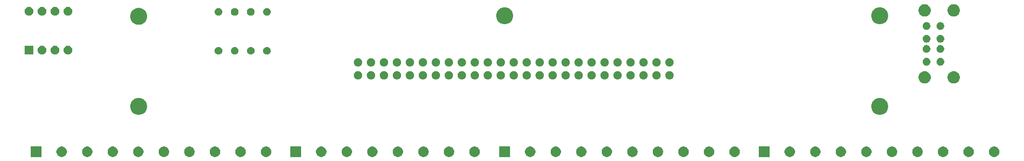
<source format=gbr>
G04 #@! TF.GenerationSoftware,KiCad,Pcbnew,(5.1.2-1)-1*
G04 #@! TF.CreationDate,2020-07-14T21:15:20-04:00*
G04 #@! TF.ProjectId,ArcadePanel,41726361-6465-4506-916e-656c2e6b6963,v2.0*
G04 #@! TF.SameCoordinates,Original*
G04 #@! TF.FileFunction,Soldermask,Top*
G04 #@! TF.FilePolarity,Negative*
%FSLAX46Y46*%
G04 Gerber Fmt 4.6, Leading zero omitted, Abs format (unit mm)*
G04 Created by KiCad (PCBNEW (5.1.2-1)-1) date 2020-07-14 21:15:20*
%MOMM*%
%LPD*%
G04 APERTURE LIST*
%ADD10C,0.100000*%
G04 APERTURE END LIST*
D10*
G36*
X240498272Y-111027428D02*
G01*
X240684991Y-111104770D01*
X240684993Y-111104771D01*
X240853037Y-111217054D01*
X240995946Y-111359963D01*
X241108229Y-111528007D01*
X241108230Y-111528009D01*
X241185572Y-111714728D01*
X241225000Y-111912947D01*
X241225000Y-112115053D01*
X241185572Y-112313272D01*
X241108230Y-112499991D01*
X241108229Y-112499993D01*
X240995946Y-112668037D01*
X240853037Y-112810946D01*
X240684993Y-112923229D01*
X240684992Y-112923230D01*
X240684991Y-112923230D01*
X240498272Y-113000572D01*
X240300053Y-113040000D01*
X240097947Y-113040000D01*
X239899728Y-113000572D01*
X239713009Y-112923230D01*
X239713008Y-112923230D01*
X239713007Y-112923229D01*
X239544963Y-112810946D01*
X239402054Y-112668037D01*
X239289771Y-112499993D01*
X239289770Y-112499991D01*
X239212428Y-112313272D01*
X239173000Y-112115053D01*
X239173000Y-111912947D01*
X239212428Y-111714728D01*
X239289770Y-111528009D01*
X239289771Y-111528007D01*
X239402054Y-111359963D01*
X239544963Y-111217054D01*
X239713007Y-111104771D01*
X239713009Y-111104770D01*
X239899728Y-111027428D01*
X240097947Y-110988000D01*
X240300053Y-110988000D01*
X240498272Y-111027428D01*
X240498272Y-111027428D01*
G37*
G36*
X235498272Y-111027428D02*
G01*
X235684991Y-111104770D01*
X235684993Y-111104771D01*
X235853037Y-111217054D01*
X235995946Y-111359963D01*
X236108229Y-111528007D01*
X236108230Y-111528009D01*
X236185572Y-111714728D01*
X236225000Y-111912947D01*
X236225000Y-112115053D01*
X236185572Y-112313272D01*
X236108230Y-112499991D01*
X236108229Y-112499993D01*
X235995946Y-112668037D01*
X235853037Y-112810946D01*
X235684993Y-112923229D01*
X235684992Y-112923230D01*
X235684991Y-112923230D01*
X235498272Y-113000572D01*
X235300053Y-113040000D01*
X235097947Y-113040000D01*
X234899728Y-113000572D01*
X234713009Y-112923230D01*
X234713008Y-112923230D01*
X234713007Y-112923229D01*
X234544963Y-112810946D01*
X234402054Y-112668037D01*
X234289771Y-112499993D01*
X234289770Y-112499991D01*
X234212428Y-112313272D01*
X234173000Y-112115053D01*
X234173000Y-111912947D01*
X234212428Y-111714728D01*
X234289770Y-111528009D01*
X234289771Y-111528007D01*
X234402054Y-111359963D01*
X234544963Y-111217054D01*
X234713007Y-111104771D01*
X234713009Y-111104770D01*
X234899728Y-111027428D01*
X235097947Y-110988000D01*
X235300053Y-110988000D01*
X235498272Y-111027428D01*
X235498272Y-111027428D01*
G37*
G36*
X230498272Y-111027428D02*
G01*
X230684991Y-111104770D01*
X230684993Y-111104771D01*
X230853037Y-111217054D01*
X230995946Y-111359963D01*
X231108229Y-111528007D01*
X231108230Y-111528009D01*
X231185572Y-111714728D01*
X231225000Y-111912947D01*
X231225000Y-112115053D01*
X231185572Y-112313272D01*
X231108230Y-112499991D01*
X231108229Y-112499993D01*
X230995946Y-112668037D01*
X230853037Y-112810946D01*
X230684993Y-112923229D01*
X230684992Y-112923230D01*
X230684991Y-112923230D01*
X230498272Y-113000572D01*
X230300053Y-113040000D01*
X230097947Y-113040000D01*
X229899728Y-113000572D01*
X229713009Y-112923230D01*
X229713008Y-112923230D01*
X229713007Y-112923229D01*
X229544963Y-112810946D01*
X229402054Y-112668037D01*
X229289771Y-112499993D01*
X229289770Y-112499991D01*
X229212428Y-112313272D01*
X229173000Y-112115053D01*
X229173000Y-111912947D01*
X229212428Y-111714728D01*
X229289770Y-111528009D01*
X229289771Y-111528007D01*
X229402054Y-111359963D01*
X229544963Y-111217054D01*
X229713007Y-111104771D01*
X229713009Y-111104770D01*
X229899728Y-111027428D01*
X230097947Y-110988000D01*
X230300053Y-110988000D01*
X230498272Y-111027428D01*
X230498272Y-111027428D01*
G37*
G36*
X225498272Y-111027428D02*
G01*
X225684991Y-111104770D01*
X225684993Y-111104771D01*
X225853037Y-111217054D01*
X225995946Y-111359963D01*
X226108229Y-111528007D01*
X226108230Y-111528009D01*
X226185572Y-111714728D01*
X226225000Y-111912947D01*
X226225000Y-112115053D01*
X226185572Y-112313272D01*
X226108230Y-112499991D01*
X226108229Y-112499993D01*
X225995946Y-112668037D01*
X225853037Y-112810946D01*
X225684993Y-112923229D01*
X225684992Y-112923230D01*
X225684991Y-112923230D01*
X225498272Y-113000572D01*
X225300053Y-113040000D01*
X225097947Y-113040000D01*
X224899728Y-113000572D01*
X224713009Y-112923230D01*
X224713008Y-112923230D01*
X224713007Y-112923229D01*
X224544963Y-112810946D01*
X224402054Y-112668037D01*
X224289771Y-112499993D01*
X224289770Y-112499991D01*
X224212428Y-112313272D01*
X224173000Y-112115053D01*
X224173000Y-111912947D01*
X224212428Y-111714728D01*
X224289770Y-111528009D01*
X224289771Y-111528007D01*
X224402054Y-111359963D01*
X224544963Y-111217054D01*
X224713007Y-111104771D01*
X224713009Y-111104770D01*
X224899728Y-111027428D01*
X225097947Y-110988000D01*
X225300053Y-110988000D01*
X225498272Y-111027428D01*
X225498272Y-111027428D01*
G37*
G36*
X220498272Y-111027428D02*
G01*
X220684991Y-111104770D01*
X220684993Y-111104771D01*
X220853037Y-111217054D01*
X220995946Y-111359963D01*
X221108229Y-111528007D01*
X221108230Y-111528009D01*
X221185572Y-111714728D01*
X221225000Y-111912947D01*
X221225000Y-112115053D01*
X221185572Y-112313272D01*
X221108230Y-112499991D01*
X221108229Y-112499993D01*
X220995946Y-112668037D01*
X220853037Y-112810946D01*
X220684993Y-112923229D01*
X220684992Y-112923230D01*
X220684991Y-112923230D01*
X220498272Y-113000572D01*
X220300053Y-113040000D01*
X220097947Y-113040000D01*
X219899728Y-113000572D01*
X219713009Y-112923230D01*
X219713008Y-112923230D01*
X219713007Y-112923229D01*
X219544963Y-112810946D01*
X219402054Y-112668037D01*
X219289771Y-112499993D01*
X219289770Y-112499991D01*
X219212428Y-112313272D01*
X219173000Y-112115053D01*
X219173000Y-111912947D01*
X219212428Y-111714728D01*
X219289770Y-111528009D01*
X219289771Y-111528007D01*
X219402054Y-111359963D01*
X219544963Y-111217054D01*
X219713007Y-111104771D01*
X219713009Y-111104770D01*
X219899728Y-111027428D01*
X220097947Y-110988000D01*
X220300053Y-110988000D01*
X220498272Y-111027428D01*
X220498272Y-111027428D01*
G37*
G36*
X215498272Y-111027428D02*
G01*
X215684991Y-111104770D01*
X215684993Y-111104771D01*
X215853037Y-111217054D01*
X215995946Y-111359963D01*
X216108229Y-111528007D01*
X216108230Y-111528009D01*
X216185572Y-111714728D01*
X216225000Y-111912947D01*
X216225000Y-112115053D01*
X216185572Y-112313272D01*
X216108230Y-112499991D01*
X216108229Y-112499993D01*
X215995946Y-112668037D01*
X215853037Y-112810946D01*
X215684993Y-112923229D01*
X215684992Y-112923230D01*
X215684991Y-112923230D01*
X215498272Y-113000572D01*
X215300053Y-113040000D01*
X215097947Y-113040000D01*
X214899728Y-113000572D01*
X214713009Y-112923230D01*
X214713008Y-112923230D01*
X214713007Y-112923229D01*
X214544963Y-112810946D01*
X214402054Y-112668037D01*
X214289771Y-112499993D01*
X214289770Y-112499991D01*
X214212428Y-112313272D01*
X214173000Y-112115053D01*
X214173000Y-111912947D01*
X214212428Y-111714728D01*
X214289770Y-111528009D01*
X214289771Y-111528007D01*
X214402054Y-111359963D01*
X214544963Y-111217054D01*
X214713007Y-111104771D01*
X214713009Y-111104770D01*
X214899728Y-111027428D01*
X215097947Y-110988000D01*
X215300053Y-110988000D01*
X215498272Y-111027428D01*
X215498272Y-111027428D01*
G37*
G36*
X210498272Y-111027428D02*
G01*
X210684991Y-111104770D01*
X210684993Y-111104771D01*
X210853037Y-111217054D01*
X210995946Y-111359963D01*
X211108229Y-111528007D01*
X211108230Y-111528009D01*
X211185572Y-111714728D01*
X211225000Y-111912947D01*
X211225000Y-112115053D01*
X211185572Y-112313272D01*
X211108230Y-112499991D01*
X211108229Y-112499993D01*
X210995946Y-112668037D01*
X210853037Y-112810946D01*
X210684993Y-112923229D01*
X210684992Y-112923230D01*
X210684991Y-112923230D01*
X210498272Y-113000572D01*
X210300053Y-113040000D01*
X210097947Y-113040000D01*
X209899728Y-113000572D01*
X209713009Y-112923230D01*
X209713008Y-112923230D01*
X209713007Y-112923229D01*
X209544963Y-112810946D01*
X209402054Y-112668037D01*
X209289771Y-112499993D01*
X209289770Y-112499991D01*
X209212428Y-112313272D01*
X209173000Y-112115053D01*
X209173000Y-111912947D01*
X209212428Y-111714728D01*
X209289770Y-111528009D01*
X209289771Y-111528007D01*
X209402054Y-111359963D01*
X209544963Y-111217054D01*
X209713007Y-111104771D01*
X209713009Y-111104770D01*
X209899728Y-111027428D01*
X210097947Y-110988000D01*
X210300053Y-110988000D01*
X210498272Y-111027428D01*
X210498272Y-111027428D01*
G37*
G36*
X205498272Y-111027428D02*
G01*
X205684991Y-111104770D01*
X205684993Y-111104771D01*
X205853037Y-111217054D01*
X205995946Y-111359963D01*
X206108229Y-111528007D01*
X206108230Y-111528009D01*
X206185572Y-111714728D01*
X206225000Y-111912947D01*
X206225000Y-112115053D01*
X206185572Y-112313272D01*
X206108230Y-112499991D01*
X206108229Y-112499993D01*
X205995946Y-112668037D01*
X205853037Y-112810946D01*
X205684993Y-112923229D01*
X205684992Y-112923230D01*
X205684991Y-112923230D01*
X205498272Y-113000572D01*
X205300053Y-113040000D01*
X205097947Y-113040000D01*
X204899728Y-113000572D01*
X204713009Y-112923230D01*
X204713008Y-112923230D01*
X204713007Y-112923229D01*
X204544963Y-112810946D01*
X204402054Y-112668037D01*
X204289771Y-112499993D01*
X204289770Y-112499991D01*
X204212428Y-112313272D01*
X204173000Y-112115053D01*
X204173000Y-111912947D01*
X204212428Y-111714728D01*
X204289770Y-111528009D01*
X204289771Y-111528007D01*
X204402054Y-111359963D01*
X204544963Y-111217054D01*
X204713007Y-111104771D01*
X204713009Y-111104770D01*
X204899728Y-111027428D01*
X205097947Y-110988000D01*
X205300053Y-110988000D01*
X205498272Y-111027428D01*
X205498272Y-111027428D01*
G37*
G36*
X200498272Y-111027428D02*
G01*
X200684991Y-111104770D01*
X200684993Y-111104771D01*
X200853037Y-111217054D01*
X200995946Y-111359963D01*
X201108229Y-111528007D01*
X201108230Y-111528009D01*
X201185572Y-111714728D01*
X201225000Y-111912947D01*
X201225000Y-112115053D01*
X201185572Y-112313272D01*
X201108230Y-112499991D01*
X201108229Y-112499993D01*
X200995946Y-112668037D01*
X200853037Y-112810946D01*
X200684993Y-112923229D01*
X200684992Y-112923230D01*
X200684991Y-112923230D01*
X200498272Y-113000572D01*
X200300053Y-113040000D01*
X200097947Y-113040000D01*
X199899728Y-113000572D01*
X199713009Y-112923230D01*
X199713008Y-112923230D01*
X199713007Y-112923229D01*
X199544963Y-112810946D01*
X199402054Y-112668037D01*
X199289771Y-112499993D01*
X199289770Y-112499991D01*
X199212428Y-112313272D01*
X199173000Y-112115053D01*
X199173000Y-111912947D01*
X199212428Y-111714728D01*
X199289770Y-111528009D01*
X199289771Y-111528007D01*
X199402054Y-111359963D01*
X199544963Y-111217054D01*
X199713007Y-111104771D01*
X199713009Y-111104770D01*
X199899728Y-111027428D01*
X200097947Y-110988000D01*
X200300053Y-110988000D01*
X200498272Y-111027428D01*
X200498272Y-111027428D01*
G37*
G36*
X196225000Y-113040000D02*
G01*
X194173000Y-113040000D01*
X194173000Y-110988000D01*
X196225000Y-110988000D01*
X196225000Y-113040000D01*
X196225000Y-113040000D01*
G37*
G36*
X189698272Y-111027428D02*
G01*
X189884991Y-111104770D01*
X189884993Y-111104771D01*
X190053037Y-111217054D01*
X190195946Y-111359963D01*
X190308229Y-111528007D01*
X190308230Y-111528009D01*
X190385572Y-111714728D01*
X190425000Y-111912947D01*
X190425000Y-112115053D01*
X190385572Y-112313272D01*
X190308230Y-112499991D01*
X190308229Y-112499993D01*
X190195946Y-112668037D01*
X190053037Y-112810946D01*
X189884993Y-112923229D01*
X189884992Y-112923230D01*
X189884991Y-112923230D01*
X189698272Y-113000572D01*
X189500053Y-113040000D01*
X189297947Y-113040000D01*
X189099728Y-113000572D01*
X188913009Y-112923230D01*
X188913008Y-112923230D01*
X188913007Y-112923229D01*
X188744963Y-112810946D01*
X188602054Y-112668037D01*
X188489771Y-112499993D01*
X188489770Y-112499991D01*
X188412428Y-112313272D01*
X188373000Y-112115053D01*
X188373000Y-111912947D01*
X188412428Y-111714728D01*
X188489770Y-111528009D01*
X188489771Y-111528007D01*
X188602054Y-111359963D01*
X188744963Y-111217054D01*
X188913007Y-111104771D01*
X188913009Y-111104770D01*
X189099728Y-111027428D01*
X189297947Y-110988000D01*
X189500053Y-110988000D01*
X189698272Y-111027428D01*
X189698272Y-111027428D01*
G37*
G36*
X184698272Y-111027428D02*
G01*
X184884991Y-111104770D01*
X184884993Y-111104771D01*
X185053037Y-111217054D01*
X185195946Y-111359963D01*
X185308229Y-111528007D01*
X185308230Y-111528009D01*
X185385572Y-111714728D01*
X185425000Y-111912947D01*
X185425000Y-112115053D01*
X185385572Y-112313272D01*
X185308230Y-112499991D01*
X185308229Y-112499993D01*
X185195946Y-112668037D01*
X185053037Y-112810946D01*
X184884993Y-112923229D01*
X184884992Y-112923230D01*
X184884991Y-112923230D01*
X184698272Y-113000572D01*
X184500053Y-113040000D01*
X184297947Y-113040000D01*
X184099728Y-113000572D01*
X183913009Y-112923230D01*
X183913008Y-112923230D01*
X183913007Y-112923229D01*
X183744963Y-112810946D01*
X183602054Y-112668037D01*
X183489771Y-112499993D01*
X183489770Y-112499991D01*
X183412428Y-112313272D01*
X183373000Y-112115053D01*
X183373000Y-111912947D01*
X183412428Y-111714728D01*
X183489770Y-111528009D01*
X183489771Y-111528007D01*
X183602054Y-111359963D01*
X183744963Y-111217054D01*
X183913007Y-111104771D01*
X183913009Y-111104770D01*
X184099728Y-111027428D01*
X184297947Y-110988000D01*
X184500053Y-110988000D01*
X184698272Y-111027428D01*
X184698272Y-111027428D01*
G37*
G36*
X179698272Y-111027428D02*
G01*
X179884991Y-111104770D01*
X179884993Y-111104771D01*
X180053037Y-111217054D01*
X180195946Y-111359963D01*
X180308229Y-111528007D01*
X180308230Y-111528009D01*
X180385572Y-111714728D01*
X180425000Y-111912947D01*
X180425000Y-112115053D01*
X180385572Y-112313272D01*
X180308230Y-112499991D01*
X180308229Y-112499993D01*
X180195946Y-112668037D01*
X180053037Y-112810946D01*
X179884993Y-112923229D01*
X179884992Y-112923230D01*
X179884991Y-112923230D01*
X179698272Y-113000572D01*
X179500053Y-113040000D01*
X179297947Y-113040000D01*
X179099728Y-113000572D01*
X178913009Y-112923230D01*
X178913008Y-112923230D01*
X178913007Y-112923229D01*
X178744963Y-112810946D01*
X178602054Y-112668037D01*
X178489771Y-112499993D01*
X178489770Y-112499991D01*
X178412428Y-112313272D01*
X178373000Y-112115053D01*
X178373000Y-111912947D01*
X178412428Y-111714728D01*
X178489770Y-111528009D01*
X178489771Y-111528007D01*
X178602054Y-111359963D01*
X178744963Y-111217054D01*
X178913007Y-111104771D01*
X178913009Y-111104770D01*
X179099728Y-111027428D01*
X179297947Y-110988000D01*
X179500053Y-110988000D01*
X179698272Y-111027428D01*
X179698272Y-111027428D01*
G37*
G36*
X174698272Y-111027428D02*
G01*
X174884991Y-111104770D01*
X174884993Y-111104771D01*
X175053037Y-111217054D01*
X175195946Y-111359963D01*
X175308229Y-111528007D01*
X175308230Y-111528009D01*
X175385572Y-111714728D01*
X175425000Y-111912947D01*
X175425000Y-112115053D01*
X175385572Y-112313272D01*
X175308230Y-112499991D01*
X175308229Y-112499993D01*
X175195946Y-112668037D01*
X175053037Y-112810946D01*
X174884993Y-112923229D01*
X174884992Y-112923230D01*
X174884991Y-112923230D01*
X174698272Y-113000572D01*
X174500053Y-113040000D01*
X174297947Y-113040000D01*
X174099728Y-113000572D01*
X173913009Y-112923230D01*
X173913008Y-112923230D01*
X173913007Y-112923229D01*
X173744963Y-112810946D01*
X173602054Y-112668037D01*
X173489771Y-112499993D01*
X173489770Y-112499991D01*
X173412428Y-112313272D01*
X173373000Y-112115053D01*
X173373000Y-111912947D01*
X173412428Y-111714728D01*
X173489770Y-111528009D01*
X173489771Y-111528007D01*
X173602054Y-111359963D01*
X173744963Y-111217054D01*
X173913007Y-111104771D01*
X173913009Y-111104770D01*
X174099728Y-111027428D01*
X174297947Y-110988000D01*
X174500053Y-110988000D01*
X174698272Y-111027428D01*
X174698272Y-111027428D01*
G37*
G36*
X169698272Y-111027428D02*
G01*
X169884991Y-111104770D01*
X169884993Y-111104771D01*
X170053037Y-111217054D01*
X170195946Y-111359963D01*
X170308229Y-111528007D01*
X170308230Y-111528009D01*
X170385572Y-111714728D01*
X170425000Y-111912947D01*
X170425000Y-112115053D01*
X170385572Y-112313272D01*
X170308230Y-112499991D01*
X170308229Y-112499993D01*
X170195946Y-112668037D01*
X170053037Y-112810946D01*
X169884993Y-112923229D01*
X169884992Y-112923230D01*
X169884991Y-112923230D01*
X169698272Y-113000572D01*
X169500053Y-113040000D01*
X169297947Y-113040000D01*
X169099728Y-113000572D01*
X168913009Y-112923230D01*
X168913008Y-112923230D01*
X168913007Y-112923229D01*
X168744963Y-112810946D01*
X168602054Y-112668037D01*
X168489771Y-112499993D01*
X168489770Y-112499991D01*
X168412428Y-112313272D01*
X168373000Y-112115053D01*
X168373000Y-111912947D01*
X168412428Y-111714728D01*
X168489770Y-111528009D01*
X168489771Y-111528007D01*
X168602054Y-111359963D01*
X168744963Y-111217054D01*
X168913007Y-111104771D01*
X168913009Y-111104770D01*
X169099728Y-111027428D01*
X169297947Y-110988000D01*
X169500053Y-110988000D01*
X169698272Y-111027428D01*
X169698272Y-111027428D01*
G37*
G36*
X164698272Y-111027428D02*
G01*
X164884991Y-111104770D01*
X164884993Y-111104771D01*
X165053037Y-111217054D01*
X165195946Y-111359963D01*
X165308229Y-111528007D01*
X165308230Y-111528009D01*
X165385572Y-111714728D01*
X165425000Y-111912947D01*
X165425000Y-112115053D01*
X165385572Y-112313272D01*
X165308230Y-112499991D01*
X165308229Y-112499993D01*
X165195946Y-112668037D01*
X165053037Y-112810946D01*
X164884993Y-112923229D01*
X164884992Y-112923230D01*
X164884991Y-112923230D01*
X164698272Y-113000572D01*
X164500053Y-113040000D01*
X164297947Y-113040000D01*
X164099728Y-113000572D01*
X163913009Y-112923230D01*
X163913008Y-112923230D01*
X163913007Y-112923229D01*
X163744963Y-112810946D01*
X163602054Y-112668037D01*
X163489771Y-112499993D01*
X163489770Y-112499991D01*
X163412428Y-112313272D01*
X163373000Y-112115053D01*
X163373000Y-111912947D01*
X163412428Y-111714728D01*
X163489770Y-111528009D01*
X163489771Y-111528007D01*
X163602054Y-111359963D01*
X163744963Y-111217054D01*
X163913007Y-111104771D01*
X163913009Y-111104770D01*
X164099728Y-111027428D01*
X164297947Y-110988000D01*
X164500053Y-110988000D01*
X164698272Y-111027428D01*
X164698272Y-111027428D01*
G37*
G36*
X159698272Y-111027428D02*
G01*
X159884991Y-111104770D01*
X159884993Y-111104771D01*
X160053037Y-111217054D01*
X160195946Y-111359963D01*
X160308229Y-111528007D01*
X160308230Y-111528009D01*
X160385572Y-111714728D01*
X160425000Y-111912947D01*
X160425000Y-112115053D01*
X160385572Y-112313272D01*
X160308230Y-112499991D01*
X160308229Y-112499993D01*
X160195946Y-112668037D01*
X160053037Y-112810946D01*
X159884993Y-112923229D01*
X159884992Y-112923230D01*
X159884991Y-112923230D01*
X159698272Y-113000572D01*
X159500053Y-113040000D01*
X159297947Y-113040000D01*
X159099728Y-113000572D01*
X158913009Y-112923230D01*
X158913008Y-112923230D01*
X158913007Y-112923229D01*
X158744963Y-112810946D01*
X158602054Y-112668037D01*
X158489771Y-112499993D01*
X158489770Y-112499991D01*
X158412428Y-112313272D01*
X158373000Y-112115053D01*
X158373000Y-111912947D01*
X158412428Y-111714728D01*
X158489770Y-111528009D01*
X158489771Y-111528007D01*
X158602054Y-111359963D01*
X158744963Y-111217054D01*
X158913007Y-111104771D01*
X158913009Y-111104770D01*
X159099728Y-111027428D01*
X159297947Y-110988000D01*
X159500053Y-110988000D01*
X159698272Y-111027428D01*
X159698272Y-111027428D01*
G37*
G36*
X154698272Y-111027428D02*
G01*
X154884991Y-111104770D01*
X154884993Y-111104771D01*
X155053037Y-111217054D01*
X155195946Y-111359963D01*
X155308229Y-111528007D01*
X155308230Y-111528009D01*
X155385572Y-111714728D01*
X155425000Y-111912947D01*
X155425000Y-112115053D01*
X155385572Y-112313272D01*
X155308230Y-112499991D01*
X155308229Y-112499993D01*
X155195946Y-112668037D01*
X155053037Y-112810946D01*
X154884993Y-112923229D01*
X154884992Y-112923230D01*
X154884991Y-112923230D01*
X154698272Y-113000572D01*
X154500053Y-113040000D01*
X154297947Y-113040000D01*
X154099728Y-113000572D01*
X153913009Y-112923230D01*
X153913008Y-112923230D01*
X153913007Y-112923229D01*
X153744963Y-112810946D01*
X153602054Y-112668037D01*
X153489771Y-112499993D01*
X153489770Y-112499991D01*
X153412428Y-112313272D01*
X153373000Y-112115053D01*
X153373000Y-111912947D01*
X153412428Y-111714728D01*
X153489770Y-111528009D01*
X153489771Y-111528007D01*
X153602054Y-111359963D01*
X153744963Y-111217054D01*
X153913007Y-111104771D01*
X153913009Y-111104770D01*
X154099728Y-111027428D01*
X154297947Y-110988000D01*
X154500053Y-110988000D01*
X154698272Y-111027428D01*
X154698272Y-111027428D01*
G37*
G36*
X149698272Y-111027428D02*
G01*
X149884991Y-111104770D01*
X149884993Y-111104771D01*
X150053037Y-111217054D01*
X150195946Y-111359963D01*
X150308229Y-111528007D01*
X150308230Y-111528009D01*
X150385572Y-111714728D01*
X150425000Y-111912947D01*
X150425000Y-112115053D01*
X150385572Y-112313272D01*
X150308230Y-112499991D01*
X150308229Y-112499993D01*
X150195946Y-112668037D01*
X150053037Y-112810946D01*
X149884993Y-112923229D01*
X149884992Y-112923230D01*
X149884991Y-112923230D01*
X149698272Y-113000572D01*
X149500053Y-113040000D01*
X149297947Y-113040000D01*
X149099728Y-113000572D01*
X148913009Y-112923230D01*
X148913008Y-112923230D01*
X148913007Y-112923229D01*
X148744963Y-112810946D01*
X148602054Y-112668037D01*
X148489771Y-112499993D01*
X148489770Y-112499991D01*
X148412428Y-112313272D01*
X148373000Y-112115053D01*
X148373000Y-111912947D01*
X148412428Y-111714728D01*
X148489770Y-111528009D01*
X148489771Y-111528007D01*
X148602054Y-111359963D01*
X148744963Y-111217054D01*
X148913007Y-111104771D01*
X148913009Y-111104770D01*
X149099728Y-111027428D01*
X149297947Y-110988000D01*
X149500053Y-110988000D01*
X149698272Y-111027428D01*
X149698272Y-111027428D01*
G37*
G36*
X145425000Y-113040000D02*
G01*
X143373000Y-113040000D01*
X143373000Y-110988000D01*
X145425000Y-110988000D01*
X145425000Y-113040000D01*
X145425000Y-113040000D01*
G37*
G36*
X138804272Y-111027428D02*
G01*
X138990991Y-111104770D01*
X138990993Y-111104771D01*
X139159037Y-111217054D01*
X139301946Y-111359963D01*
X139414229Y-111528007D01*
X139414230Y-111528009D01*
X139491572Y-111714728D01*
X139531000Y-111912947D01*
X139531000Y-112115053D01*
X139491572Y-112313272D01*
X139414230Y-112499991D01*
X139414229Y-112499993D01*
X139301946Y-112668037D01*
X139159037Y-112810946D01*
X138990993Y-112923229D01*
X138990992Y-112923230D01*
X138990991Y-112923230D01*
X138804272Y-113000572D01*
X138606053Y-113040000D01*
X138403947Y-113040000D01*
X138205728Y-113000572D01*
X138019009Y-112923230D01*
X138019008Y-112923230D01*
X138019007Y-112923229D01*
X137850963Y-112810946D01*
X137708054Y-112668037D01*
X137595771Y-112499993D01*
X137595770Y-112499991D01*
X137518428Y-112313272D01*
X137479000Y-112115053D01*
X137479000Y-111912947D01*
X137518428Y-111714728D01*
X137595770Y-111528009D01*
X137595771Y-111528007D01*
X137708054Y-111359963D01*
X137850963Y-111217054D01*
X138019007Y-111104771D01*
X138019009Y-111104770D01*
X138205728Y-111027428D01*
X138403947Y-110988000D01*
X138606053Y-110988000D01*
X138804272Y-111027428D01*
X138804272Y-111027428D01*
G37*
G36*
X133804272Y-111027428D02*
G01*
X133990991Y-111104770D01*
X133990993Y-111104771D01*
X134159037Y-111217054D01*
X134301946Y-111359963D01*
X134414229Y-111528007D01*
X134414230Y-111528009D01*
X134491572Y-111714728D01*
X134531000Y-111912947D01*
X134531000Y-112115053D01*
X134491572Y-112313272D01*
X134414230Y-112499991D01*
X134414229Y-112499993D01*
X134301946Y-112668037D01*
X134159037Y-112810946D01*
X133990993Y-112923229D01*
X133990992Y-112923230D01*
X133990991Y-112923230D01*
X133804272Y-113000572D01*
X133606053Y-113040000D01*
X133403947Y-113040000D01*
X133205728Y-113000572D01*
X133019009Y-112923230D01*
X133019008Y-112923230D01*
X133019007Y-112923229D01*
X132850963Y-112810946D01*
X132708054Y-112668037D01*
X132595771Y-112499993D01*
X132595770Y-112499991D01*
X132518428Y-112313272D01*
X132479000Y-112115053D01*
X132479000Y-111912947D01*
X132518428Y-111714728D01*
X132595770Y-111528009D01*
X132595771Y-111528007D01*
X132708054Y-111359963D01*
X132850963Y-111217054D01*
X133019007Y-111104771D01*
X133019009Y-111104770D01*
X133205728Y-111027428D01*
X133403947Y-110988000D01*
X133606053Y-110988000D01*
X133804272Y-111027428D01*
X133804272Y-111027428D01*
G37*
G36*
X128804272Y-111027428D02*
G01*
X128990991Y-111104770D01*
X128990993Y-111104771D01*
X129159037Y-111217054D01*
X129301946Y-111359963D01*
X129414229Y-111528007D01*
X129414230Y-111528009D01*
X129491572Y-111714728D01*
X129531000Y-111912947D01*
X129531000Y-112115053D01*
X129491572Y-112313272D01*
X129414230Y-112499991D01*
X129414229Y-112499993D01*
X129301946Y-112668037D01*
X129159037Y-112810946D01*
X128990993Y-112923229D01*
X128990992Y-112923230D01*
X128990991Y-112923230D01*
X128804272Y-113000572D01*
X128606053Y-113040000D01*
X128403947Y-113040000D01*
X128205728Y-113000572D01*
X128019009Y-112923230D01*
X128019008Y-112923230D01*
X128019007Y-112923229D01*
X127850963Y-112810946D01*
X127708054Y-112668037D01*
X127595771Y-112499993D01*
X127595770Y-112499991D01*
X127518428Y-112313272D01*
X127479000Y-112115053D01*
X127479000Y-111912947D01*
X127518428Y-111714728D01*
X127595770Y-111528009D01*
X127595771Y-111528007D01*
X127708054Y-111359963D01*
X127850963Y-111217054D01*
X128019007Y-111104771D01*
X128019009Y-111104770D01*
X128205728Y-111027428D01*
X128403947Y-110988000D01*
X128606053Y-110988000D01*
X128804272Y-111027428D01*
X128804272Y-111027428D01*
G37*
G36*
X123804272Y-111027428D02*
G01*
X123990991Y-111104770D01*
X123990993Y-111104771D01*
X124159037Y-111217054D01*
X124301946Y-111359963D01*
X124414229Y-111528007D01*
X124414230Y-111528009D01*
X124491572Y-111714728D01*
X124531000Y-111912947D01*
X124531000Y-112115053D01*
X124491572Y-112313272D01*
X124414230Y-112499991D01*
X124414229Y-112499993D01*
X124301946Y-112668037D01*
X124159037Y-112810946D01*
X123990993Y-112923229D01*
X123990992Y-112923230D01*
X123990991Y-112923230D01*
X123804272Y-113000572D01*
X123606053Y-113040000D01*
X123403947Y-113040000D01*
X123205728Y-113000572D01*
X123019009Y-112923230D01*
X123019008Y-112923230D01*
X123019007Y-112923229D01*
X122850963Y-112810946D01*
X122708054Y-112668037D01*
X122595771Y-112499993D01*
X122595770Y-112499991D01*
X122518428Y-112313272D01*
X122479000Y-112115053D01*
X122479000Y-111912947D01*
X122518428Y-111714728D01*
X122595770Y-111528009D01*
X122595771Y-111528007D01*
X122708054Y-111359963D01*
X122850963Y-111217054D01*
X123019007Y-111104771D01*
X123019009Y-111104770D01*
X123205728Y-111027428D01*
X123403947Y-110988000D01*
X123606053Y-110988000D01*
X123804272Y-111027428D01*
X123804272Y-111027428D01*
G37*
G36*
X118804272Y-111027428D02*
G01*
X118990991Y-111104770D01*
X118990993Y-111104771D01*
X119159037Y-111217054D01*
X119301946Y-111359963D01*
X119414229Y-111528007D01*
X119414230Y-111528009D01*
X119491572Y-111714728D01*
X119531000Y-111912947D01*
X119531000Y-112115053D01*
X119491572Y-112313272D01*
X119414230Y-112499991D01*
X119414229Y-112499993D01*
X119301946Y-112668037D01*
X119159037Y-112810946D01*
X118990993Y-112923229D01*
X118990992Y-112923230D01*
X118990991Y-112923230D01*
X118804272Y-113000572D01*
X118606053Y-113040000D01*
X118403947Y-113040000D01*
X118205728Y-113000572D01*
X118019009Y-112923230D01*
X118019008Y-112923230D01*
X118019007Y-112923229D01*
X117850963Y-112810946D01*
X117708054Y-112668037D01*
X117595771Y-112499993D01*
X117595770Y-112499991D01*
X117518428Y-112313272D01*
X117479000Y-112115053D01*
X117479000Y-111912947D01*
X117518428Y-111714728D01*
X117595770Y-111528009D01*
X117595771Y-111528007D01*
X117708054Y-111359963D01*
X117850963Y-111217054D01*
X118019007Y-111104771D01*
X118019009Y-111104770D01*
X118205728Y-111027428D01*
X118403947Y-110988000D01*
X118606053Y-110988000D01*
X118804272Y-111027428D01*
X118804272Y-111027428D01*
G37*
G36*
X113804272Y-111027428D02*
G01*
X113990991Y-111104770D01*
X113990993Y-111104771D01*
X114159037Y-111217054D01*
X114301946Y-111359963D01*
X114414229Y-111528007D01*
X114414230Y-111528009D01*
X114491572Y-111714728D01*
X114531000Y-111912947D01*
X114531000Y-112115053D01*
X114491572Y-112313272D01*
X114414230Y-112499991D01*
X114414229Y-112499993D01*
X114301946Y-112668037D01*
X114159037Y-112810946D01*
X113990993Y-112923229D01*
X113990992Y-112923230D01*
X113990991Y-112923230D01*
X113804272Y-113000572D01*
X113606053Y-113040000D01*
X113403947Y-113040000D01*
X113205728Y-113000572D01*
X113019009Y-112923230D01*
X113019008Y-112923230D01*
X113019007Y-112923229D01*
X112850963Y-112810946D01*
X112708054Y-112668037D01*
X112595771Y-112499993D01*
X112595770Y-112499991D01*
X112518428Y-112313272D01*
X112479000Y-112115053D01*
X112479000Y-111912947D01*
X112518428Y-111714728D01*
X112595770Y-111528009D01*
X112595771Y-111528007D01*
X112708054Y-111359963D01*
X112850963Y-111217054D01*
X113019007Y-111104771D01*
X113019009Y-111104770D01*
X113205728Y-111027428D01*
X113403947Y-110988000D01*
X113606053Y-110988000D01*
X113804272Y-111027428D01*
X113804272Y-111027428D01*
G37*
G36*
X108804272Y-111027428D02*
G01*
X108990991Y-111104770D01*
X108990993Y-111104771D01*
X109159037Y-111217054D01*
X109301946Y-111359963D01*
X109414229Y-111528007D01*
X109414230Y-111528009D01*
X109491572Y-111714728D01*
X109531000Y-111912947D01*
X109531000Y-112115053D01*
X109491572Y-112313272D01*
X109414230Y-112499991D01*
X109414229Y-112499993D01*
X109301946Y-112668037D01*
X109159037Y-112810946D01*
X108990993Y-112923229D01*
X108990992Y-112923230D01*
X108990991Y-112923230D01*
X108804272Y-113000572D01*
X108606053Y-113040000D01*
X108403947Y-113040000D01*
X108205728Y-113000572D01*
X108019009Y-112923230D01*
X108019008Y-112923230D01*
X108019007Y-112923229D01*
X107850963Y-112810946D01*
X107708054Y-112668037D01*
X107595771Y-112499993D01*
X107595770Y-112499991D01*
X107518428Y-112313272D01*
X107479000Y-112115053D01*
X107479000Y-111912947D01*
X107518428Y-111714728D01*
X107595770Y-111528009D01*
X107595771Y-111528007D01*
X107708054Y-111359963D01*
X107850963Y-111217054D01*
X108019007Y-111104771D01*
X108019009Y-111104770D01*
X108205728Y-111027428D01*
X108403947Y-110988000D01*
X108606053Y-110988000D01*
X108804272Y-111027428D01*
X108804272Y-111027428D01*
G37*
G36*
X104531000Y-113040000D02*
G01*
X102479000Y-113040000D01*
X102479000Y-110988000D01*
X104531000Y-110988000D01*
X104531000Y-113040000D01*
X104531000Y-113040000D01*
G37*
G36*
X98004272Y-111027428D02*
G01*
X98190991Y-111104770D01*
X98190993Y-111104771D01*
X98359037Y-111217054D01*
X98501946Y-111359963D01*
X98614229Y-111528007D01*
X98614230Y-111528009D01*
X98691572Y-111714728D01*
X98731000Y-111912947D01*
X98731000Y-112115053D01*
X98691572Y-112313272D01*
X98614230Y-112499991D01*
X98614229Y-112499993D01*
X98501946Y-112668037D01*
X98359037Y-112810946D01*
X98190993Y-112923229D01*
X98190992Y-112923230D01*
X98190991Y-112923230D01*
X98004272Y-113000572D01*
X97806053Y-113040000D01*
X97603947Y-113040000D01*
X97405728Y-113000572D01*
X97219009Y-112923230D01*
X97219008Y-112923230D01*
X97219007Y-112923229D01*
X97050963Y-112810946D01*
X96908054Y-112668037D01*
X96795771Y-112499993D01*
X96795770Y-112499991D01*
X96718428Y-112313272D01*
X96679000Y-112115053D01*
X96679000Y-111912947D01*
X96718428Y-111714728D01*
X96795770Y-111528009D01*
X96795771Y-111528007D01*
X96908054Y-111359963D01*
X97050963Y-111217054D01*
X97219007Y-111104771D01*
X97219009Y-111104770D01*
X97405728Y-111027428D01*
X97603947Y-110988000D01*
X97806053Y-110988000D01*
X98004272Y-111027428D01*
X98004272Y-111027428D01*
G37*
G36*
X93004272Y-111027428D02*
G01*
X93190991Y-111104770D01*
X93190993Y-111104771D01*
X93359037Y-111217054D01*
X93501946Y-111359963D01*
X93614229Y-111528007D01*
X93614230Y-111528009D01*
X93691572Y-111714728D01*
X93731000Y-111912947D01*
X93731000Y-112115053D01*
X93691572Y-112313272D01*
X93614230Y-112499991D01*
X93614229Y-112499993D01*
X93501946Y-112668037D01*
X93359037Y-112810946D01*
X93190993Y-112923229D01*
X93190992Y-112923230D01*
X93190991Y-112923230D01*
X93004272Y-113000572D01*
X92806053Y-113040000D01*
X92603947Y-113040000D01*
X92405728Y-113000572D01*
X92219009Y-112923230D01*
X92219008Y-112923230D01*
X92219007Y-112923229D01*
X92050963Y-112810946D01*
X91908054Y-112668037D01*
X91795771Y-112499993D01*
X91795770Y-112499991D01*
X91718428Y-112313272D01*
X91679000Y-112115053D01*
X91679000Y-111912947D01*
X91718428Y-111714728D01*
X91795770Y-111528009D01*
X91795771Y-111528007D01*
X91908054Y-111359963D01*
X92050963Y-111217054D01*
X92219007Y-111104771D01*
X92219009Y-111104770D01*
X92405728Y-111027428D01*
X92603947Y-110988000D01*
X92806053Y-110988000D01*
X93004272Y-111027428D01*
X93004272Y-111027428D01*
G37*
G36*
X88004272Y-111027428D02*
G01*
X88190991Y-111104770D01*
X88190993Y-111104771D01*
X88359037Y-111217054D01*
X88501946Y-111359963D01*
X88614229Y-111528007D01*
X88614230Y-111528009D01*
X88691572Y-111714728D01*
X88731000Y-111912947D01*
X88731000Y-112115053D01*
X88691572Y-112313272D01*
X88614230Y-112499991D01*
X88614229Y-112499993D01*
X88501946Y-112668037D01*
X88359037Y-112810946D01*
X88190993Y-112923229D01*
X88190992Y-112923230D01*
X88190991Y-112923230D01*
X88004272Y-113000572D01*
X87806053Y-113040000D01*
X87603947Y-113040000D01*
X87405728Y-113000572D01*
X87219009Y-112923230D01*
X87219008Y-112923230D01*
X87219007Y-112923229D01*
X87050963Y-112810946D01*
X86908054Y-112668037D01*
X86795771Y-112499993D01*
X86795770Y-112499991D01*
X86718428Y-112313272D01*
X86679000Y-112115053D01*
X86679000Y-111912947D01*
X86718428Y-111714728D01*
X86795770Y-111528009D01*
X86795771Y-111528007D01*
X86908054Y-111359963D01*
X87050963Y-111217054D01*
X87219007Y-111104771D01*
X87219009Y-111104770D01*
X87405728Y-111027428D01*
X87603947Y-110988000D01*
X87806053Y-110988000D01*
X88004272Y-111027428D01*
X88004272Y-111027428D01*
G37*
G36*
X83004272Y-111027428D02*
G01*
X83190991Y-111104770D01*
X83190993Y-111104771D01*
X83359037Y-111217054D01*
X83501946Y-111359963D01*
X83614229Y-111528007D01*
X83614230Y-111528009D01*
X83691572Y-111714728D01*
X83731000Y-111912947D01*
X83731000Y-112115053D01*
X83691572Y-112313272D01*
X83614230Y-112499991D01*
X83614229Y-112499993D01*
X83501946Y-112668037D01*
X83359037Y-112810946D01*
X83190993Y-112923229D01*
X83190992Y-112923230D01*
X83190991Y-112923230D01*
X83004272Y-113000572D01*
X82806053Y-113040000D01*
X82603947Y-113040000D01*
X82405728Y-113000572D01*
X82219009Y-112923230D01*
X82219008Y-112923230D01*
X82219007Y-112923229D01*
X82050963Y-112810946D01*
X81908054Y-112668037D01*
X81795771Y-112499993D01*
X81795770Y-112499991D01*
X81718428Y-112313272D01*
X81679000Y-112115053D01*
X81679000Y-111912947D01*
X81718428Y-111714728D01*
X81795770Y-111528009D01*
X81795771Y-111528007D01*
X81908054Y-111359963D01*
X82050963Y-111217054D01*
X82219007Y-111104771D01*
X82219009Y-111104770D01*
X82405728Y-111027428D01*
X82603947Y-110988000D01*
X82806053Y-110988000D01*
X83004272Y-111027428D01*
X83004272Y-111027428D01*
G37*
G36*
X78004272Y-111027428D02*
G01*
X78190991Y-111104770D01*
X78190993Y-111104771D01*
X78359037Y-111217054D01*
X78501946Y-111359963D01*
X78614229Y-111528007D01*
X78614230Y-111528009D01*
X78691572Y-111714728D01*
X78731000Y-111912947D01*
X78731000Y-112115053D01*
X78691572Y-112313272D01*
X78614230Y-112499991D01*
X78614229Y-112499993D01*
X78501946Y-112668037D01*
X78359037Y-112810946D01*
X78190993Y-112923229D01*
X78190992Y-112923230D01*
X78190991Y-112923230D01*
X78004272Y-113000572D01*
X77806053Y-113040000D01*
X77603947Y-113040000D01*
X77405728Y-113000572D01*
X77219009Y-112923230D01*
X77219008Y-112923230D01*
X77219007Y-112923229D01*
X77050963Y-112810946D01*
X76908054Y-112668037D01*
X76795771Y-112499993D01*
X76795770Y-112499991D01*
X76718428Y-112313272D01*
X76679000Y-112115053D01*
X76679000Y-111912947D01*
X76718428Y-111714728D01*
X76795770Y-111528009D01*
X76795771Y-111528007D01*
X76908054Y-111359963D01*
X77050963Y-111217054D01*
X77219007Y-111104771D01*
X77219009Y-111104770D01*
X77405728Y-111027428D01*
X77603947Y-110988000D01*
X77806053Y-110988000D01*
X78004272Y-111027428D01*
X78004272Y-111027428D01*
G37*
G36*
X73004272Y-111027428D02*
G01*
X73190991Y-111104770D01*
X73190993Y-111104771D01*
X73359037Y-111217054D01*
X73501946Y-111359963D01*
X73614229Y-111528007D01*
X73614230Y-111528009D01*
X73691572Y-111714728D01*
X73731000Y-111912947D01*
X73731000Y-112115053D01*
X73691572Y-112313272D01*
X73614230Y-112499991D01*
X73614229Y-112499993D01*
X73501946Y-112668037D01*
X73359037Y-112810946D01*
X73190993Y-112923229D01*
X73190992Y-112923230D01*
X73190991Y-112923230D01*
X73004272Y-113000572D01*
X72806053Y-113040000D01*
X72603947Y-113040000D01*
X72405728Y-113000572D01*
X72219009Y-112923230D01*
X72219008Y-112923230D01*
X72219007Y-112923229D01*
X72050963Y-112810946D01*
X71908054Y-112668037D01*
X71795771Y-112499993D01*
X71795770Y-112499991D01*
X71718428Y-112313272D01*
X71679000Y-112115053D01*
X71679000Y-111912947D01*
X71718428Y-111714728D01*
X71795770Y-111528009D01*
X71795771Y-111528007D01*
X71908054Y-111359963D01*
X72050963Y-111217054D01*
X72219007Y-111104771D01*
X72219009Y-111104770D01*
X72405728Y-111027428D01*
X72603947Y-110988000D01*
X72806053Y-110988000D01*
X73004272Y-111027428D01*
X73004272Y-111027428D01*
G37*
G36*
X68004272Y-111027428D02*
G01*
X68190991Y-111104770D01*
X68190993Y-111104771D01*
X68359037Y-111217054D01*
X68501946Y-111359963D01*
X68614229Y-111528007D01*
X68614230Y-111528009D01*
X68691572Y-111714728D01*
X68731000Y-111912947D01*
X68731000Y-112115053D01*
X68691572Y-112313272D01*
X68614230Y-112499991D01*
X68614229Y-112499993D01*
X68501946Y-112668037D01*
X68359037Y-112810946D01*
X68190993Y-112923229D01*
X68190992Y-112923230D01*
X68190991Y-112923230D01*
X68004272Y-113000572D01*
X67806053Y-113040000D01*
X67603947Y-113040000D01*
X67405728Y-113000572D01*
X67219009Y-112923230D01*
X67219008Y-112923230D01*
X67219007Y-112923229D01*
X67050963Y-112810946D01*
X66908054Y-112668037D01*
X66795771Y-112499993D01*
X66795770Y-112499991D01*
X66718428Y-112313272D01*
X66679000Y-112115053D01*
X66679000Y-111912947D01*
X66718428Y-111714728D01*
X66795770Y-111528009D01*
X66795771Y-111528007D01*
X66908054Y-111359963D01*
X67050963Y-111217054D01*
X67219007Y-111104771D01*
X67219009Y-111104770D01*
X67405728Y-111027428D01*
X67603947Y-110988000D01*
X67806053Y-110988000D01*
X68004272Y-111027428D01*
X68004272Y-111027428D01*
G37*
G36*
X63004272Y-111027428D02*
G01*
X63190991Y-111104770D01*
X63190993Y-111104771D01*
X63359037Y-111217054D01*
X63501946Y-111359963D01*
X63614229Y-111528007D01*
X63614230Y-111528009D01*
X63691572Y-111714728D01*
X63731000Y-111912947D01*
X63731000Y-112115053D01*
X63691572Y-112313272D01*
X63614230Y-112499991D01*
X63614229Y-112499993D01*
X63501946Y-112668037D01*
X63359037Y-112810946D01*
X63190993Y-112923229D01*
X63190992Y-112923230D01*
X63190991Y-112923230D01*
X63004272Y-113000572D01*
X62806053Y-113040000D01*
X62603947Y-113040000D01*
X62405728Y-113000572D01*
X62219009Y-112923230D01*
X62219008Y-112923230D01*
X62219007Y-112923229D01*
X62050963Y-112810946D01*
X61908054Y-112668037D01*
X61795771Y-112499993D01*
X61795770Y-112499991D01*
X61718428Y-112313272D01*
X61679000Y-112115053D01*
X61679000Y-111912947D01*
X61718428Y-111714728D01*
X61795770Y-111528009D01*
X61795771Y-111528007D01*
X61908054Y-111359963D01*
X62050963Y-111217054D01*
X62219007Y-111104771D01*
X62219009Y-111104770D01*
X62405728Y-111027428D01*
X62603947Y-110988000D01*
X62806053Y-110988000D01*
X63004272Y-111027428D01*
X63004272Y-111027428D01*
G37*
G36*
X58004272Y-111027428D02*
G01*
X58190991Y-111104770D01*
X58190993Y-111104771D01*
X58359037Y-111217054D01*
X58501946Y-111359963D01*
X58614229Y-111528007D01*
X58614230Y-111528009D01*
X58691572Y-111714728D01*
X58731000Y-111912947D01*
X58731000Y-112115053D01*
X58691572Y-112313272D01*
X58614230Y-112499991D01*
X58614229Y-112499993D01*
X58501946Y-112668037D01*
X58359037Y-112810946D01*
X58190993Y-112923229D01*
X58190992Y-112923230D01*
X58190991Y-112923230D01*
X58004272Y-113000572D01*
X57806053Y-113040000D01*
X57603947Y-113040000D01*
X57405728Y-113000572D01*
X57219009Y-112923230D01*
X57219008Y-112923230D01*
X57219007Y-112923229D01*
X57050963Y-112810946D01*
X56908054Y-112668037D01*
X56795771Y-112499993D01*
X56795770Y-112499991D01*
X56718428Y-112313272D01*
X56679000Y-112115053D01*
X56679000Y-111912947D01*
X56718428Y-111714728D01*
X56795770Y-111528009D01*
X56795771Y-111528007D01*
X56908054Y-111359963D01*
X57050963Y-111217054D01*
X57219007Y-111104771D01*
X57219009Y-111104770D01*
X57405728Y-111027428D01*
X57603947Y-110988000D01*
X57806053Y-110988000D01*
X58004272Y-111027428D01*
X58004272Y-111027428D01*
G37*
G36*
X53731000Y-113040000D02*
G01*
X51679000Y-113040000D01*
X51679000Y-110988000D01*
X53731000Y-110988000D01*
X53731000Y-113040000D01*
X53731000Y-113040000D01*
G37*
G36*
X218180256Y-101515298D02*
G01*
X218286579Y-101536447D01*
X218587042Y-101660903D01*
X218857451Y-101841585D01*
X219087415Y-102071549D01*
X219268097Y-102341958D01*
X219392553Y-102642421D01*
X219456000Y-102961391D01*
X219456000Y-103286609D01*
X219392553Y-103605579D01*
X219268097Y-103906042D01*
X219087415Y-104176451D01*
X218857451Y-104406415D01*
X218587042Y-104587097D01*
X218286579Y-104711553D01*
X218180256Y-104732702D01*
X217967611Y-104775000D01*
X217642389Y-104775000D01*
X217429744Y-104732702D01*
X217323421Y-104711553D01*
X217022958Y-104587097D01*
X216752549Y-104406415D01*
X216522585Y-104176451D01*
X216341903Y-103906042D01*
X216217447Y-103605579D01*
X216154000Y-103286609D01*
X216154000Y-102961391D01*
X216217447Y-102642421D01*
X216341903Y-102341958D01*
X216522585Y-102071549D01*
X216752549Y-101841585D01*
X217022958Y-101660903D01*
X217323421Y-101536447D01*
X217429744Y-101515298D01*
X217642389Y-101473000D01*
X217967611Y-101473000D01*
X218180256Y-101515298D01*
X218180256Y-101515298D01*
G37*
G36*
X73146256Y-101515298D02*
G01*
X73252579Y-101536447D01*
X73553042Y-101660903D01*
X73823451Y-101841585D01*
X74053415Y-102071549D01*
X74234097Y-102341958D01*
X74358553Y-102642421D01*
X74422000Y-102961391D01*
X74422000Y-103286609D01*
X74358553Y-103605579D01*
X74234097Y-103906042D01*
X74053415Y-104176451D01*
X73823451Y-104406415D01*
X73553042Y-104587097D01*
X73252579Y-104711553D01*
X73146256Y-104732702D01*
X72933611Y-104775000D01*
X72608389Y-104775000D01*
X72395744Y-104732702D01*
X72289421Y-104711553D01*
X71988958Y-104587097D01*
X71718549Y-104406415D01*
X71488585Y-104176451D01*
X71307903Y-103906042D01*
X71183447Y-103605579D01*
X71120000Y-103286609D01*
X71120000Y-102961391D01*
X71183447Y-102642421D01*
X71307903Y-102341958D01*
X71488585Y-102071549D01*
X71718549Y-101841585D01*
X71988958Y-101660903D01*
X72289421Y-101536447D01*
X72395744Y-101515298D01*
X72608389Y-101473000D01*
X72933611Y-101473000D01*
X73146256Y-101515298D01*
X73146256Y-101515298D01*
G37*
G36*
X232630981Y-96270671D02*
G01*
X232850586Y-96361634D01*
X233048226Y-96493693D01*
X233216306Y-96661773D01*
X233348365Y-96859413D01*
X233439328Y-97079018D01*
X233485700Y-97312148D01*
X233485700Y-97549850D01*
X233439328Y-97782980D01*
X233348365Y-98002585D01*
X233216306Y-98200225D01*
X233048226Y-98368305D01*
X232850586Y-98500364D01*
X232630981Y-98591327D01*
X232397851Y-98637699D01*
X232160149Y-98637699D01*
X231927019Y-98591327D01*
X231707414Y-98500364D01*
X231509774Y-98368305D01*
X231341694Y-98200225D01*
X231209635Y-98002585D01*
X231118672Y-97782980D01*
X231072300Y-97549850D01*
X231072300Y-97312148D01*
X231118672Y-97079018D01*
X231209635Y-96859413D01*
X231341694Y-96661773D01*
X231509774Y-96493693D01*
X231707414Y-96361634D01*
X231927019Y-96270671D01*
X232160149Y-96224299D01*
X232397851Y-96224299D01*
X232630981Y-96270671D01*
X232630981Y-96270671D01*
G37*
G36*
X226950981Y-96270671D02*
G01*
X227170586Y-96361634D01*
X227368226Y-96493693D01*
X227536306Y-96661773D01*
X227668365Y-96859413D01*
X227759328Y-97079018D01*
X227805700Y-97312148D01*
X227805700Y-97549850D01*
X227759328Y-97782980D01*
X227668365Y-98002585D01*
X227536306Y-98200225D01*
X227368226Y-98368305D01*
X227170586Y-98500364D01*
X226950981Y-98591327D01*
X226717851Y-98637699D01*
X226480149Y-98637699D01*
X226247019Y-98591327D01*
X226027414Y-98500364D01*
X225829774Y-98368305D01*
X225661694Y-98200225D01*
X225529635Y-98002585D01*
X225438672Y-97782980D01*
X225392300Y-97549850D01*
X225392300Y-97312148D01*
X225438672Y-97079018D01*
X225529635Y-96859413D01*
X225661694Y-96661773D01*
X225829774Y-96493693D01*
X226027414Y-96361634D01*
X226247019Y-96270671D01*
X226480149Y-96224299D01*
X226717851Y-96224299D01*
X226950981Y-96270671D01*
X226950981Y-96270671D01*
G37*
G36*
X115934142Y-96246242D02*
G01*
X116082101Y-96307529D01*
X116215255Y-96396499D01*
X116328501Y-96509745D01*
X116417471Y-96642899D01*
X116478758Y-96790858D01*
X116510000Y-96947925D01*
X116510000Y-97108075D01*
X116478758Y-97265142D01*
X116417471Y-97413101D01*
X116328501Y-97546255D01*
X116215255Y-97659501D01*
X116082101Y-97748471D01*
X115934142Y-97809758D01*
X115777075Y-97841000D01*
X115616925Y-97841000D01*
X115459858Y-97809758D01*
X115311899Y-97748471D01*
X115178745Y-97659501D01*
X115065499Y-97546255D01*
X114976529Y-97413101D01*
X114915242Y-97265142D01*
X114884000Y-97108075D01*
X114884000Y-96947925D01*
X114915242Y-96790858D01*
X114976529Y-96642899D01*
X115065499Y-96509745D01*
X115178745Y-96396499D01*
X115311899Y-96307529D01*
X115459858Y-96246242D01*
X115616925Y-96215000D01*
X115777075Y-96215000D01*
X115934142Y-96246242D01*
X115934142Y-96246242D01*
G37*
G36*
X169274142Y-96246242D02*
G01*
X169422101Y-96307529D01*
X169555255Y-96396499D01*
X169668501Y-96509745D01*
X169757471Y-96642899D01*
X169818758Y-96790858D01*
X169850000Y-96947925D01*
X169850000Y-97108075D01*
X169818758Y-97265142D01*
X169757471Y-97413101D01*
X169668501Y-97546255D01*
X169555255Y-97659501D01*
X169422101Y-97748471D01*
X169274142Y-97809758D01*
X169117075Y-97841000D01*
X168956925Y-97841000D01*
X168799858Y-97809758D01*
X168651899Y-97748471D01*
X168518745Y-97659501D01*
X168405499Y-97546255D01*
X168316529Y-97413101D01*
X168255242Y-97265142D01*
X168224000Y-97108075D01*
X168224000Y-96947925D01*
X168255242Y-96790858D01*
X168316529Y-96642899D01*
X168405499Y-96509745D01*
X168518745Y-96396499D01*
X168651899Y-96307529D01*
X168799858Y-96246242D01*
X168956925Y-96215000D01*
X169117075Y-96215000D01*
X169274142Y-96246242D01*
X169274142Y-96246242D01*
G37*
G36*
X164194142Y-96246242D02*
G01*
X164342101Y-96307529D01*
X164475255Y-96396499D01*
X164588501Y-96509745D01*
X164677471Y-96642899D01*
X164738758Y-96790858D01*
X164770000Y-96947925D01*
X164770000Y-97108075D01*
X164738758Y-97265142D01*
X164677471Y-97413101D01*
X164588501Y-97546255D01*
X164475255Y-97659501D01*
X164342101Y-97748471D01*
X164194142Y-97809758D01*
X164037075Y-97841000D01*
X163876925Y-97841000D01*
X163719858Y-97809758D01*
X163571899Y-97748471D01*
X163438745Y-97659501D01*
X163325499Y-97546255D01*
X163236529Y-97413101D01*
X163175242Y-97265142D01*
X163144000Y-97108075D01*
X163144000Y-96947925D01*
X163175242Y-96790858D01*
X163236529Y-96642899D01*
X163325499Y-96509745D01*
X163438745Y-96396499D01*
X163571899Y-96307529D01*
X163719858Y-96246242D01*
X163876925Y-96215000D01*
X164037075Y-96215000D01*
X164194142Y-96246242D01*
X164194142Y-96246242D01*
G37*
G36*
X176894142Y-96246242D02*
G01*
X177042101Y-96307529D01*
X177175255Y-96396499D01*
X177288501Y-96509745D01*
X177377471Y-96642899D01*
X177438758Y-96790858D01*
X177470000Y-96947925D01*
X177470000Y-97108075D01*
X177438758Y-97265142D01*
X177377471Y-97413101D01*
X177288501Y-97546255D01*
X177175255Y-97659501D01*
X177042101Y-97748471D01*
X176894142Y-97809758D01*
X176737075Y-97841000D01*
X176576925Y-97841000D01*
X176419858Y-97809758D01*
X176271899Y-97748471D01*
X176138745Y-97659501D01*
X176025499Y-97546255D01*
X175936529Y-97413101D01*
X175875242Y-97265142D01*
X175844000Y-97108075D01*
X175844000Y-96947925D01*
X175875242Y-96790858D01*
X175936529Y-96642899D01*
X176025499Y-96509745D01*
X176138745Y-96396499D01*
X176271899Y-96307529D01*
X176419858Y-96246242D01*
X176576925Y-96215000D01*
X176737075Y-96215000D01*
X176894142Y-96246242D01*
X176894142Y-96246242D01*
G37*
G36*
X174354142Y-96246242D02*
G01*
X174502101Y-96307529D01*
X174635255Y-96396499D01*
X174748501Y-96509745D01*
X174837471Y-96642899D01*
X174898758Y-96790858D01*
X174930000Y-96947925D01*
X174930000Y-97108075D01*
X174898758Y-97265142D01*
X174837471Y-97413101D01*
X174748501Y-97546255D01*
X174635255Y-97659501D01*
X174502101Y-97748471D01*
X174354142Y-97809758D01*
X174197075Y-97841000D01*
X174036925Y-97841000D01*
X173879858Y-97809758D01*
X173731899Y-97748471D01*
X173598745Y-97659501D01*
X173485499Y-97546255D01*
X173396529Y-97413101D01*
X173335242Y-97265142D01*
X173304000Y-97108075D01*
X173304000Y-96947925D01*
X173335242Y-96790858D01*
X173396529Y-96642899D01*
X173485499Y-96509745D01*
X173598745Y-96396499D01*
X173731899Y-96307529D01*
X173879858Y-96246242D01*
X174036925Y-96215000D01*
X174197075Y-96215000D01*
X174354142Y-96246242D01*
X174354142Y-96246242D01*
G37*
G36*
X171814142Y-96246242D02*
G01*
X171962101Y-96307529D01*
X172095255Y-96396499D01*
X172208501Y-96509745D01*
X172297471Y-96642899D01*
X172358758Y-96790858D01*
X172390000Y-96947925D01*
X172390000Y-97108075D01*
X172358758Y-97265142D01*
X172297471Y-97413101D01*
X172208501Y-97546255D01*
X172095255Y-97659501D01*
X171962101Y-97748471D01*
X171814142Y-97809758D01*
X171657075Y-97841000D01*
X171496925Y-97841000D01*
X171339858Y-97809758D01*
X171191899Y-97748471D01*
X171058745Y-97659501D01*
X170945499Y-97546255D01*
X170856529Y-97413101D01*
X170795242Y-97265142D01*
X170764000Y-97108075D01*
X170764000Y-96947925D01*
X170795242Y-96790858D01*
X170856529Y-96642899D01*
X170945499Y-96509745D01*
X171058745Y-96396499D01*
X171191899Y-96307529D01*
X171339858Y-96246242D01*
X171496925Y-96215000D01*
X171657075Y-96215000D01*
X171814142Y-96246242D01*
X171814142Y-96246242D01*
G37*
G36*
X166734142Y-96246242D02*
G01*
X166882101Y-96307529D01*
X167015255Y-96396499D01*
X167128501Y-96509745D01*
X167217471Y-96642899D01*
X167278758Y-96790858D01*
X167310000Y-96947925D01*
X167310000Y-97108075D01*
X167278758Y-97265142D01*
X167217471Y-97413101D01*
X167128501Y-97546255D01*
X167015255Y-97659501D01*
X166882101Y-97748471D01*
X166734142Y-97809758D01*
X166577075Y-97841000D01*
X166416925Y-97841000D01*
X166259858Y-97809758D01*
X166111899Y-97748471D01*
X165978745Y-97659501D01*
X165865499Y-97546255D01*
X165776529Y-97413101D01*
X165715242Y-97265142D01*
X165684000Y-97108075D01*
X165684000Y-96947925D01*
X165715242Y-96790858D01*
X165776529Y-96642899D01*
X165865499Y-96509745D01*
X165978745Y-96396499D01*
X166111899Y-96307529D01*
X166259858Y-96246242D01*
X166416925Y-96215000D01*
X166577075Y-96215000D01*
X166734142Y-96246242D01*
X166734142Y-96246242D01*
G37*
G36*
X161654142Y-96246242D02*
G01*
X161802101Y-96307529D01*
X161935255Y-96396499D01*
X162048501Y-96509745D01*
X162137471Y-96642899D01*
X162198758Y-96790858D01*
X162230000Y-96947925D01*
X162230000Y-97108075D01*
X162198758Y-97265142D01*
X162137471Y-97413101D01*
X162048501Y-97546255D01*
X161935255Y-97659501D01*
X161802101Y-97748471D01*
X161654142Y-97809758D01*
X161497075Y-97841000D01*
X161336925Y-97841000D01*
X161179858Y-97809758D01*
X161031899Y-97748471D01*
X160898745Y-97659501D01*
X160785499Y-97546255D01*
X160696529Y-97413101D01*
X160635242Y-97265142D01*
X160604000Y-97108075D01*
X160604000Y-96947925D01*
X160635242Y-96790858D01*
X160696529Y-96642899D01*
X160785499Y-96509745D01*
X160898745Y-96396499D01*
X161031899Y-96307529D01*
X161179858Y-96246242D01*
X161336925Y-96215000D01*
X161497075Y-96215000D01*
X161654142Y-96246242D01*
X161654142Y-96246242D01*
G37*
G36*
X159114142Y-96246242D02*
G01*
X159262101Y-96307529D01*
X159395255Y-96396499D01*
X159508501Y-96509745D01*
X159597471Y-96642899D01*
X159658758Y-96790858D01*
X159690000Y-96947925D01*
X159690000Y-97108075D01*
X159658758Y-97265142D01*
X159597471Y-97413101D01*
X159508501Y-97546255D01*
X159395255Y-97659501D01*
X159262101Y-97748471D01*
X159114142Y-97809758D01*
X158957075Y-97841000D01*
X158796925Y-97841000D01*
X158639858Y-97809758D01*
X158491899Y-97748471D01*
X158358745Y-97659501D01*
X158245499Y-97546255D01*
X158156529Y-97413101D01*
X158095242Y-97265142D01*
X158064000Y-97108075D01*
X158064000Y-96947925D01*
X158095242Y-96790858D01*
X158156529Y-96642899D01*
X158245499Y-96509745D01*
X158358745Y-96396499D01*
X158491899Y-96307529D01*
X158639858Y-96246242D01*
X158796925Y-96215000D01*
X158957075Y-96215000D01*
X159114142Y-96246242D01*
X159114142Y-96246242D01*
G37*
G36*
X156574142Y-96246242D02*
G01*
X156722101Y-96307529D01*
X156855255Y-96396499D01*
X156968501Y-96509745D01*
X157057471Y-96642899D01*
X157118758Y-96790858D01*
X157150000Y-96947925D01*
X157150000Y-97108075D01*
X157118758Y-97265142D01*
X157057471Y-97413101D01*
X156968501Y-97546255D01*
X156855255Y-97659501D01*
X156722101Y-97748471D01*
X156574142Y-97809758D01*
X156417075Y-97841000D01*
X156256925Y-97841000D01*
X156099858Y-97809758D01*
X155951899Y-97748471D01*
X155818745Y-97659501D01*
X155705499Y-97546255D01*
X155616529Y-97413101D01*
X155555242Y-97265142D01*
X155524000Y-97108075D01*
X155524000Y-96947925D01*
X155555242Y-96790858D01*
X155616529Y-96642899D01*
X155705499Y-96509745D01*
X155818745Y-96396499D01*
X155951899Y-96307529D01*
X156099858Y-96246242D01*
X156256925Y-96215000D01*
X156417075Y-96215000D01*
X156574142Y-96246242D01*
X156574142Y-96246242D01*
G37*
G36*
X154034142Y-96246242D02*
G01*
X154182101Y-96307529D01*
X154315255Y-96396499D01*
X154428501Y-96509745D01*
X154517471Y-96642899D01*
X154578758Y-96790858D01*
X154610000Y-96947925D01*
X154610000Y-97108075D01*
X154578758Y-97265142D01*
X154517471Y-97413101D01*
X154428501Y-97546255D01*
X154315255Y-97659501D01*
X154182101Y-97748471D01*
X154034142Y-97809758D01*
X153877075Y-97841000D01*
X153716925Y-97841000D01*
X153559858Y-97809758D01*
X153411899Y-97748471D01*
X153278745Y-97659501D01*
X153165499Y-97546255D01*
X153076529Y-97413101D01*
X153015242Y-97265142D01*
X152984000Y-97108075D01*
X152984000Y-96947925D01*
X153015242Y-96790858D01*
X153076529Y-96642899D01*
X153165499Y-96509745D01*
X153278745Y-96396499D01*
X153411899Y-96307529D01*
X153559858Y-96246242D01*
X153716925Y-96215000D01*
X153877075Y-96215000D01*
X154034142Y-96246242D01*
X154034142Y-96246242D01*
G37*
G36*
X151494142Y-96246242D02*
G01*
X151642101Y-96307529D01*
X151775255Y-96396499D01*
X151888501Y-96509745D01*
X151977471Y-96642899D01*
X152038758Y-96790858D01*
X152070000Y-96947925D01*
X152070000Y-97108075D01*
X152038758Y-97265142D01*
X151977471Y-97413101D01*
X151888501Y-97546255D01*
X151775255Y-97659501D01*
X151642101Y-97748471D01*
X151494142Y-97809758D01*
X151337075Y-97841000D01*
X151176925Y-97841000D01*
X151019858Y-97809758D01*
X150871899Y-97748471D01*
X150738745Y-97659501D01*
X150625499Y-97546255D01*
X150536529Y-97413101D01*
X150475242Y-97265142D01*
X150444000Y-97108075D01*
X150444000Y-96947925D01*
X150475242Y-96790858D01*
X150536529Y-96642899D01*
X150625499Y-96509745D01*
X150738745Y-96396499D01*
X150871899Y-96307529D01*
X151019858Y-96246242D01*
X151176925Y-96215000D01*
X151337075Y-96215000D01*
X151494142Y-96246242D01*
X151494142Y-96246242D01*
G37*
G36*
X148954142Y-96246242D02*
G01*
X149102101Y-96307529D01*
X149235255Y-96396499D01*
X149348501Y-96509745D01*
X149437471Y-96642899D01*
X149498758Y-96790858D01*
X149530000Y-96947925D01*
X149530000Y-97108075D01*
X149498758Y-97265142D01*
X149437471Y-97413101D01*
X149348501Y-97546255D01*
X149235255Y-97659501D01*
X149102101Y-97748471D01*
X148954142Y-97809758D01*
X148797075Y-97841000D01*
X148636925Y-97841000D01*
X148479858Y-97809758D01*
X148331899Y-97748471D01*
X148198745Y-97659501D01*
X148085499Y-97546255D01*
X147996529Y-97413101D01*
X147935242Y-97265142D01*
X147904000Y-97108075D01*
X147904000Y-96947925D01*
X147935242Y-96790858D01*
X147996529Y-96642899D01*
X148085499Y-96509745D01*
X148198745Y-96396499D01*
X148331899Y-96307529D01*
X148479858Y-96246242D01*
X148636925Y-96215000D01*
X148797075Y-96215000D01*
X148954142Y-96246242D01*
X148954142Y-96246242D01*
G37*
G36*
X146414142Y-96246242D02*
G01*
X146562101Y-96307529D01*
X146695255Y-96396499D01*
X146808501Y-96509745D01*
X146897471Y-96642899D01*
X146958758Y-96790858D01*
X146990000Y-96947925D01*
X146990000Y-97108075D01*
X146958758Y-97265142D01*
X146897471Y-97413101D01*
X146808501Y-97546255D01*
X146695255Y-97659501D01*
X146562101Y-97748471D01*
X146414142Y-97809758D01*
X146257075Y-97841000D01*
X146096925Y-97841000D01*
X145939858Y-97809758D01*
X145791899Y-97748471D01*
X145658745Y-97659501D01*
X145545499Y-97546255D01*
X145456529Y-97413101D01*
X145395242Y-97265142D01*
X145364000Y-97108075D01*
X145364000Y-96947925D01*
X145395242Y-96790858D01*
X145456529Y-96642899D01*
X145545499Y-96509745D01*
X145658745Y-96396499D01*
X145791899Y-96307529D01*
X145939858Y-96246242D01*
X146096925Y-96215000D01*
X146257075Y-96215000D01*
X146414142Y-96246242D01*
X146414142Y-96246242D01*
G37*
G36*
X143874142Y-96246242D02*
G01*
X144022101Y-96307529D01*
X144155255Y-96396499D01*
X144268501Y-96509745D01*
X144357471Y-96642899D01*
X144418758Y-96790858D01*
X144450000Y-96947925D01*
X144450000Y-97108075D01*
X144418758Y-97265142D01*
X144357471Y-97413101D01*
X144268501Y-97546255D01*
X144155255Y-97659501D01*
X144022101Y-97748471D01*
X143874142Y-97809758D01*
X143717075Y-97841000D01*
X143556925Y-97841000D01*
X143399858Y-97809758D01*
X143251899Y-97748471D01*
X143118745Y-97659501D01*
X143005499Y-97546255D01*
X142916529Y-97413101D01*
X142855242Y-97265142D01*
X142824000Y-97108075D01*
X142824000Y-96947925D01*
X142855242Y-96790858D01*
X142916529Y-96642899D01*
X143005499Y-96509745D01*
X143118745Y-96396499D01*
X143251899Y-96307529D01*
X143399858Y-96246242D01*
X143556925Y-96215000D01*
X143717075Y-96215000D01*
X143874142Y-96246242D01*
X143874142Y-96246242D01*
G37*
G36*
X141334142Y-96246242D02*
G01*
X141482101Y-96307529D01*
X141615255Y-96396499D01*
X141728501Y-96509745D01*
X141817471Y-96642899D01*
X141878758Y-96790858D01*
X141910000Y-96947925D01*
X141910000Y-97108075D01*
X141878758Y-97265142D01*
X141817471Y-97413101D01*
X141728501Y-97546255D01*
X141615255Y-97659501D01*
X141482101Y-97748471D01*
X141334142Y-97809758D01*
X141177075Y-97841000D01*
X141016925Y-97841000D01*
X140859858Y-97809758D01*
X140711899Y-97748471D01*
X140578745Y-97659501D01*
X140465499Y-97546255D01*
X140376529Y-97413101D01*
X140315242Y-97265142D01*
X140284000Y-97108075D01*
X140284000Y-96947925D01*
X140315242Y-96790858D01*
X140376529Y-96642899D01*
X140465499Y-96509745D01*
X140578745Y-96396499D01*
X140711899Y-96307529D01*
X140859858Y-96246242D01*
X141016925Y-96215000D01*
X141177075Y-96215000D01*
X141334142Y-96246242D01*
X141334142Y-96246242D01*
G37*
G36*
X138794142Y-96246242D02*
G01*
X138942101Y-96307529D01*
X139075255Y-96396499D01*
X139188501Y-96509745D01*
X139277471Y-96642899D01*
X139338758Y-96790858D01*
X139370000Y-96947925D01*
X139370000Y-97108075D01*
X139338758Y-97265142D01*
X139277471Y-97413101D01*
X139188501Y-97546255D01*
X139075255Y-97659501D01*
X138942101Y-97748471D01*
X138794142Y-97809758D01*
X138637075Y-97841000D01*
X138476925Y-97841000D01*
X138319858Y-97809758D01*
X138171899Y-97748471D01*
X138038745Y-97659501D01*
X137925499Y-97546255D01*
X137836529Y-97413101D01*
X137775242Y-97265142D01*
X137744000Y-97108075D01*
X137744000Y-96947925D01*
X137775242Y-96790858D01*
X137836529Y-96642899D01*
X137925499Y-96509745D01*
X138038745Y-96396499D01*
X138171899Y-96307529D01*
X138319858Y-96246242D01*
X138476925Y-96215000D01*
X138637075Y-96215000D01*
X138794142Y-96246242D01*
X138794142Y-96246242D01*
G37*
G36*
X136254142Y-96246242D02*
G01*
X136402101Y-96307529D01*
X136535255Y-96396499D01*
X136648501Y-96509745D01*
X136737471Y-96642899D01*
X136798758Y-96790858D01*
X136830000Y-96947925D01*
X136830000Y-97108075D01*
X136798758Y-97265142D01*
X136737471Y-97413101D01*
X136648501Y-97546255D01*
X136535255Y-97659501D01*
X136402101Y-97748471D01*
X136254142Y-97809758D01*
X136097075Y-97841000D01*
X135936925Y-97841000D01*
X135779858Y-97809758D01*
X135631899Y-97748471D01*
X135498745Y-97659501D01*
X135385499Y-97546255D01*
X135296529Y-97413101D01*
X135235242Y-97265142D01*
X135204000Y-97108075D01*
X135204000Y-96947925D01*
X135235242Y-96790858D01*
X135296529Y-96642899D01*
X135385499Y-96509745D01*
X135498745Y-96396499D01*
X135631899Y-96307529D01*
X135779858Y-96246242D01*
X135936925Y-96215000D01*
X136097075Y-96215000D01*
X136254142Y-96246242D01*
X136254142Y-96246242D01*
G37*
G36*
X133714142Y-96246242D02*
G01*
X133862101Y-96307529D01*
X133995255Y-96396499D01*
X134108501Y-96509745D01*
X134197471Y-96642899D01*
X134258758Y-96790858D01*
X134290000Y-96947925D01*
X134290000Y-97108075D01*
X134258758Y-97265142D01*
X134197471Y-97413101D01*
X134108501Y-97546255D01*
X133995255Y-97659501D01*
X133862101Y-97748471D01*
X133714142Y-97809758D01*
X133557075Y-97841000D01*
X133396925Y-97841000D01*
X133239858Y-97809758D01*
X133091899Y-97748471D01*
X132958745Y-97659501D01*
X132845499Y-97546255D01*
X132756529Y-97413101D01*
X132695242Y-97265142D01*
X132664000Y-97108075D01*
X132664000Y-96947925D01*
X132695242Y-96790858D01*
X132756529Y-96642899D01*
X132845499Y-96509745D01*
X132958745Y-96396499D01*
X133091899Y-96307529D01*
X133239858Y-96246242D01*
X133396925Y-96215000D01*
X133557075Y-96215000D01*
X133714142Y-96246242D01*
X133714142Y-96246242D01*
G37*
G36*
X131174142Y-96246242D02*
G01*
X131322101Y-96307529D01*
X131455255Y-96396499D01*
X131568501Y-96509745D01*
X131657471Y-96642899D01*
X131718758Y-96790858D01*
X131750000Y-96947925D01*
X131750000Y-97108075D01*
X131718758Y-97265142D01*
X131657471Y-97413101D01*
X131568501Y-97546255D01*
X131455255Y-97659501D01*
X131322101Y-97748471D01*
X131174142Y-97809758D01*
X131017075Y-97841000D01*
X130856925Y-97841000D01*
X130699858Y-97809758D01*
X130551899Y-97748471D01*
X130418745Y-97659501D01*
X130305499Y-97546255D01*
X130216529Y-97413101D01*
X130155242Y-97265142D01*
X130124000Y-97108075D01*
X130124000Y-96947925D01*
X130155242Y-96790858D01*
X130216529Y-96642899D01*
X130305499Y-96509745D01*
X130418745Y-96396499D01*
X130551899Y-96307529D01*
X130699858Y-96246242D01*
X130856925Y-96215000D01*
X131017075Y-96215000D01*
X131174142Y-96246242D01*
X131174142Y-96246242D01*
G37*
G36*
X128634142Y-96246242D02*
G01*
X128782101Y-96307529D01*
X128915255Y-96396499D01*
X129028501Y-96509745D01*
X129117471Y-96642899D01*
X129178758Y-96790858D01*
X129210000Y-96947925D01*
X129210000Y-97108075D01*
X129178758Y-97265142D01*
X129117471Y-97413101D01*
X129028501Y-97546255D01*
X128915255Y-97659501D01*
X128782101Y-97748471D01*
X128634142Y-97809758D01*
X128477075Y-97841000D01*
X128316925Y-97841000D01*
X128159858Y-97809758D01*
X128011899Y-97748471D01*
X127878745Y-97659501D01*
X127765499Y-97546255D01*
X127676529Y-97413101D01*
X127615242Y-97265142D01*
X127584000Y-97108075D01*
X127584000Y-96947925D01*
X127615242Y-96790858D01*
X127676529Y-96642899D01*
X127765499Y-96509745D01*
X127878745Y-96396499D01*
X128011899Y-96307529D01*
X128159858Y-96246242D01*
X128316925Y-96215000D01*
X128477075Y-96215000D01*
X128634142Y-96246242D01*
X128634142Y-96246242D01*
G37*
G36*
X126094142Y-96246242D02*
G01*
X126242101Y-96307529D01*
X126375255Y-96396499D01*
X126488501Y-96509745D01*
X126577471Y-96642899D01*
X126638758Y-96790858D01*
X126670000Y-96947925D01*
X126670000Y-97108075D01*
X126638758Y-97265142D01*
X126577471Y-97413101D01*
X126488501Y-97546255D01*
X126375255Y-97659501D01*
X126242101Y-97748471D01*
X126094142Y-97809758D01*
X125937075Y-97841000D01*
X125776925Y-97841000D01*
X125619858Y-97809758D01*
X125471899Y-97748471D01*
X125338745Y-97659501D01*
X125225499Y-97546255D01*
X125136529Y-97413101D01*
X125075242Y-97265142D01*
X125044000Y-97108075D01*
X125044000Y-96947925D01*
X125075242Y-96790858D01*
X125136529Y-96642899D01*
X125225499Y-96509745D01*
X125338745Y-96396499D01*
X125471899Y-96307529D01*
X125619858Y-96246242D01*
X125776925Y-96215000D01*
X125937075Y-96215000D01*
X126094142Y-96246242D01*
X126094142Y-96246242D01*
G37*
G36*
X123554142Y-96246242D02*
G01*
X123702101Y-96307529D01*
X123835255Y-96396499D01*
X123948501Y-96509745D01*
X124037471Y-96642899D01*
X124098758Y-96790858D01*
X124130000Y-96947925D01*
X124130000Y-97108075D01*
X124098758Y-97265142D01*
X124037471Y-97413101D01*
X123948501Y-97546255D01*
X123835255Y-97659501D01*
X123702101Y-97748471D01*
X123554142Y-97809758D01*
X123397075Y-97841000D01*
X123236925Y-97841000D01*
X123079858Y-97809758D01*
X122931899Y-97748471D01*
X122798745Y-97659501D01*
X122685499Y-97546255D01*
X122596529Y-97413101D01*
X122535242Y-97265142D01*
X122504000Y-97108075D01*
X122504000Y-96947925D01*
X122535242Y-96790858D01*
X122596529Y-96642899D01*
X122685499Y-96509745D01*
X122798745Y-96396499D01*
X122931899Y-96307529D01*
X123079858Y-96246242D01*
X123236925Y-96215000D01*
X123397075Y-96215000D01*
X123554142Y-96246242D01*
X123554142Y-96246242D01*
G37*
G36*
X121014142Y-96246242D02*
G01*
X121162101Y-96307529D01*
X121295255Y-96396499D01*
X121408501Y-96509745D01*
X121497471Y-96642899D01*
X121558758Y-96790858D01*
X121590000Y-96947925D01*
X121590000Y-97108075D01*
X121558758Y-97265142D01*
X121497471Y-97413101D01*
X121408501Y-97546255D01*
X121295255Y-97659501D01*
X121162101Y-97748471D01*
X121014142Y-97809758D01*
X120857075Y-97841000D01*
X120696925Y-97841000D01*
X120539858Y-97809758D01*
X120391899Y-97748471D01*
X120258745Y-97659501D01*
X120145499Y-97546255D01*
X120056529Y-97413101D01*
X119995242Y-97265142D01*
X119964000Y-97108075D01*
X119964000Y-96947925D01*
X119995242Y-96790858D01*
X120056529Y-96642899D01*
X120145499Y-96509745D01*
X120258745Y-96396499D01*
X120391899Y-96307529D01*
X120539858Y-96246242D01*
X120696925Y-96215000D01*
X120857075Y-96215000D01*
X121014142Y-96246242D01*
X121014142Y-96246242D01*
G37*
G36*
X118474142Y-96246242D02*
G01*
X118622101Y-96307529D01*
X118755255Y-96396499D01*
X118868501Y-96509745D01*
X118957471Y-96642899D01*
X119018758Y-96790858D01*
X119050000Y-96947925D01*
X119050000Y-97108075D01*
X119018758Y-97265142D01*
X118957471Y-97413101D01*
X118868501Y-97546255D01*
X118755255Y-97659501D01*
X118622101Y-97748471D01*
X118474142Y-97809758D01*
X118317075Y-97841000D01*
X118156925Y-97841000D01*
X117999858Y-97809758D01*
X117851899Y-97748471D01*
X117718745Y-97659501D01*
X117605499Y-97546255D01*
X117516529Y-97413101D01*
X117455242Y-97265142D01*
X117424000Y-97108075D01*
X117424000Y-96947925D01*
X117455242Y-96790858D01*
X117516529Y-96642899D01*
X117605499Y-96509745D01*
X117718745Y-96396499D01*
X117851899Y-96307529D01*
X117999858Y-96246242D01*
X118156925Y-96215000D01*
X118317075Y-96215000D01*
X118474142Y-96246242D01*
X118474142Y-96246242D01*
G37*
G36*
X131174142Y-93706242D02*
G01*
X131322101Y-93767529D01*
X131455255Y-93856499D01*
X131568501Y-93969745D01*
X131657471Y-94102899D01*
X131718758Y-94250858D01*
X131750000Y-94407925D01*
X131750000Y-94568075D01*
X131718758Y-94725142D01*
X131657471Y-94873101D01*
X131568501Y-95006255D01*
X131455255Y-95119501D01*
X131322101Y-95208471D01*
X131174142Y-95269758D01*
X131017075Y-95301000D01*
X130856925Y-95301000D01*
X130699858Y-95269758D01*
X130551899Y-95208471D01*
X130418745Y-95119501D01*
X130305499Y-95006255D01*
X130216529Y-94873101D01*
X130155242Y-94725142D01*
X130124000Y-94568075D01*
X130124000Y-94407925D01*
X130155242Y-94250858D01*
X130216529Y-94102899D01*
X130305499Y-93969745D01*
X130418745Y-93856499D01*
X130551899Y-93767529D01*
X130699858Y-93706242D01*
X130856925Y-93675000D01*
X131017075Y-93675000D01*
X131174142Y-93706242D01*
X131174142Y-93706242D01*
G37*
G36*
X128634142Y-93706242D02*
G01*
X128782101Y-93767529D01*
X128915255Y-93856499D01*
X129028501Y-93969745D01*
X129117471Y-94102899D01*
X129178758Y-94250858D01*
X129210000Y-94407925D01*
X129210000Y-94568075D01*
X129178758Y-94725142D01*
X129117471Y-94873101D01*
X129028501Y-95006255D01*
X128915255Y-95119501D01*
X128782101Y-95208471D01*
X128634142Y-95269758D01*
X128477075Y-95301000D01*
X128316925Y-95301000D01*
X128159858Y-95269758D01*
X128011899Y-95208471D01*
X127878745Y-95119501D01*
X127765499Y-95006255D01*
X127676529Y-94873101D01*
X127615242Y-94725142D01*
X127584000Y-94568075D01*
X127584000Y-94407925D01*
X127615242Y-94250858D01*
X127676529Y-94102899D01*
X127765499Y-93969745D01*
X127878745Y-93856499D01*
X128011899Y-93767529D01*
X128159858Y-93706242D01*
X128316925Y-93675000D01*
X128477075Y-93675000D01*
X128634142Y-93706242D01*
X128634142Y-93706242D01*
G37*
G36*
X133714142Y-93706242D02*
G01*
X133862101Y-93767529D01*
X133995255Y-93856499D01*
X134108501Y-93969745D01*
X134197471Y-94102899D01*
X134258758Y-94250858D01*
X134290000Y-94407925D01*
X134290000Y-94568075D01*
X134258758Y-94725142D01*
X134197471Y-94873101D01*
X134108501Y-95006255D01*
X133995255Y-95119501D01*
X133862101Y-95208471D01*
X133714142Y-95269758D01*
X133557075Y-95301000D01*
X133396925Y-95301000D01*
X133239858Y-95269758D01*
X133091899Y-95208471D01*
X132958745Y-95119501D01*
X132845499Y-95006255D01*
X132756529Y-94873101D01*
X132695242Y-94725142D01*
X132664000Y-94568075D01*
X132664000Y-94407925D01*
X132695242Y-94250858D01*
X132756529Y-94102899D01*
X132845499Y-93969745D01*
X132958745Y-93856499D01*
X133091899Y-93767529D01*
X133239858Y-93706242D01*
X133396925Y-93675000D01*
X133557075Y-93675000D01*
X133714142Y-93706242D01*
X133714142Y-93706242D01*
G37*
G36*
X126094142Y-93706242D02*
G01*
X126242101Y-93767529D01*
X126375255Y-93856499D01*
X126488501Y-93969745D01*
X126577471Y-94102899D01*
X126638758Y-94250858D01*
X126670000Y-94407925D01*
X126670000Y-94568075D01*
X126638758Y-94725142D01*
X126577471Y-94873101D01*
X126488501Y-95006255D01*
X126375255Y-95119501D01*
X126242101Y-95208471D01*
X126094142Y-95269758D01*
X125937075Y-95301000D01*
X125776925Y-95301000D01*
X125619858Y-95269758D01*
X125471899Y-95208471D01*
X125338745Y-95119501D01*
X125225499Y-95006255D01*
X125136529Y-94873101D01*
X125075242Y-94725142D01*
X125044000Y-94568075D01*
X125044000Y-94407925D01*
X125075242Y-94250858D01*
X125136529Y-94102899D01*
X125225499Y-93969745D01*
X125338745Y-93856499D01*
X125471899Y-93767529D01*
X125619858Y-93706242D01*
X125776925Y-93675000D01*
X125937075Y-93675000D01*
X126094142Y-93706242D01*
X126094142Y-93706242D01*
G37*
G36*
X136254142Y-93706242D02*
G01*
X136402101Y-93767529D01*
X136535255Y-93856499D01*
X136648501Y-93969745D01*
X136737471Y-94102899D01*
X136798758Y-94250858D01*
X136830000Y-94407925D01*
X136830000Y-94568075D01*
X136798758Y-94725142D01*
X136737471Y-94873101D01*
X136648501Y-95006255D01*
X136535255Y-95119501D01*
X136402101Y-95208471D01*
X136254142Y-95269758D01*
X136097075Y-95301000D01*
X135936925Y-95301000D01*
X135779858Y-95269758D01*
X135631899Y-95208471D01*
X135498745Y-95119501D01*
X135385499Y-95006255D01*
X135296529Y-94873101D01*
X135235242Y-94725142D01*
X135204000Y-94568075D01*
X135204000Y-94407925D01*
X135235242Y-94250858D01*
X135296529Y-94102899D01*
X135385499Y-93969745D01*
X135498745Y-93856499D01*
X135631899Y-93767529D01*
X135779858Y-93706242D01*
X135936925Y-93675000D01*
X136097075Y-93675000D01*
X136254142Y-93706242D01*
X136254142Y-93706242D01*
G37*
G36*
X123554142Y-93706242D02*
G01*
X123702101Y-93767529D01*
X123835255Y-93856499D01*
X123948501Y-93969745D01*
X124037471Y-94102899D01*
X124098758Y-94250858D01*
X124130000Y-94407925D01*
X124130000Y-94568075D01*
X124098758Y-94725142D01*
X124037471Y-94873101D01*
X123948501Y-95006255D01*
X123835255Y-95119501D01*
X123702101Y-95208471D01*
X123554142Y-95269758D01*
X123397075Y-95301000D01*
X123236925Y-95301000D01*
X123079858Y-95269758D01*
X122931899Y-95208471D01*
X122798745Y-95119501D01*
X122685499Y-95006255D01*
X122596529Y-94873101D01*
X122535242Y-94725142D01*
X122504000Y-94568075D01*
X122504000Y-94407925D01*
X122535242Y-94250858D01*
X122596529Y-94102899D01*
X122685499Y-93969745D01*
X122798745Y-93856499D01*
X122931899Y-93767529D01*
X123079858Y-93706242D01*
X123236925Y-93675000D01*
X123397075Y-93675000D01*
X123554142Y-93706242D01*
X123554142Y-93706242D01*
G37*
G36*
X138794142Y-93706242D02*
G01*
X138942101Y-93767529D01*
X139075255Y-93856499D01*
X139188501Y-93969745D01*
X139277471Y-94102899D01*
X139338758Y-94250858D01*
X139370000Y-94407925D01*
X139370000Y-94568075D01*
X139338758Y-94725142D01*
X139277471Y-94873101D01*
X139188501Y-95006255D01*
X139075255Y-95119501D01*
X138942101Y-95208471D01*
X138794142Y-95269758D01*
X138637075Y-95301000D01*
X138476925Y-95301000D01*
X138319858Y-95269758D01*
X138171899Y-95208471D01*
X138038745Y-95119501D01*
X137925499Y-95006255D01*
X137836529Y-94873101D01*
X137775242Y-94725142D01*
X137744000Y-94568075D01*
X137744000Y-94407925D01*
X137775242Y-94250858D01*
X137836529Y-94102899D01*
X137925499Y-93969745D01*
X138038745Y-93856499D01*
X138171899Y-93767529D01*
X138319858Y-93706242D01*
X138476925Y-93675000D01*
X138637075Y-93675000D01*
X138794142Y-93706242D01*
X138794142Y-93706242D01*
G37*
G36*
X121014142Y-93706242D02*
G01*
X121162101Y-93767529D01*
X121295255Y-93856499D01*
X121408501Y-93969745D01*
X121497471Y-94102899D01*
X121558758Y-94250858D01*
X121590000Y-94407925D01*
X121590000Y-94568075D01*
X121558758Y-94725142D01*
X121497471Y-94873101D01*
X121408501Y-95006255D01*
X121295255Y-95119501D01*
X121162101Y-95208471D01*
X121014142Y-95269758D01*
X120857075Y-95301000D01*
X120696925Y-95301000D01*
X120539858Y-95269758D01*
X120391899Y-95208471D01*
X120258745Y-95119501D01*
X120145499Y-95006255D01*
X120056529Y-94873101D01*
X119995242Y-94725142D01*
X119964000Y-94568075D01*
X119964000Y-94407925D01*
X119995242Y-94250858D01*
X120056529Y-94102899D01*
X120145499Y-93969745D01*
X120258745Y-93856499D01*
X120391899Y-93767529D01*
X120539858Y-93706242D01*
X120696925Y-93675000D01*
X120857075Y-93675000D01*
X121014142Y-93706242D01*
X121014142Y-93706242D01*
G37*
G36*
X141334142Y-93706242D02*
G01*
X141482101Y-93767529D01*
X141615255Y-93856499D01*
X141728501Y-93969745D01*
X141817471Y-94102899D01*
X141878758Y-94250858D01*
X141910000Y-94407925D01*
X141910000Y-94568075D01*
X141878758Y-94725142D01*
X141817471Y-94873101D01*
X141728501Y-95006255D01*
X141615255Y-95119501D01*
X141482101Y-95208471D01*
X141334142Y-95269758D01*
X141177075Y-95301000D01*
X141016925Y-95301000D01*
X140859858Y-95269758D01*
X140711899Y-95208471D01*
X140578745Y-95119501D01*
X140465499Y-95006255D01*
X140376529Y-94873101D01*
X140315242Y-94725142D01*
X140284000Y-94568075D01*
X140284000Y-94407925D01*
X140315242Y-94250858D01*
X140376529Y-94102899D01*
X140465499Y-93969745D01*
X140578745Y-93856499D01*
X140711899Y-93767529D01*
X140859858Y-93706242D01*
X141016925Y-93675000D01*
X141177075Y-93675000D01*
X141334142Y-93706242D01*
X141334142Y-93706242D01*
G37*
G36*
X118474142Y-93706242D02*
G01*
X118622101Y-93767529D01*
X118755255Y-93856499D01*
X118868501Y-93969745D01*
X118957471Y-94102899D01*
X119018758Y-94250858D01*
X119050000Y-94407925D01*
X119050000Y-94568075D01*
X119018758Y-94725142D01*
X118957471Y-94873101D01*
X118868501Y-95006255D01*
X118755255Y-95119501D01*
X118622101Y-95208471D01*
X118474142Y-95269758D01*
X118317075Y-95301000D01*
X118156925Y-95301000D01*
X117999858Y-95269758D01*
X117851899Y-95208471D01*
X117718745Y-95119501D01*
X117605499Y-95006255D01*
X117516529Y-94873101D01*
X117455242Y-94725142D01*
X117424000Y-94568075D01*
X117424000Y-94407925D01*
X117455242Y-94250858D01*
X117516529Y-94102899D01*
X117605499Y-93969745D01*
X117718745Y-93856499D01*
X117851899Y-93767529D01*
X117999858Y-93706242D01*
X118156925Y-93675000D01*
X118317075Y-93675000D01*
X118474142Y-93706242D01*
X118474142Y-93706242D01*
G37*
G36*
X143874142Y-93706242D02*
G01*
X144022101Y-93767529D01*
X144155255Y-93856499D01*
X144268501Y-93969745D01*
X144357471Y-94102899D01*
X144418758Y-94250858D01*
X144450000Y-94407925D01*
X144450000Y-94568075D01*
X144418758Y-94725142D01*
X144357471Y-94873101D01*
X144268501Y-95006255D01*
X144155255Y-95119501D01*
X144022101Y-95208471D01*
X143874142Y-95269758D01*
X143717075Y-95301000D01*
X143556925Y-95301000D01*
X143399858Y-95269758D01*
X143251899Y-95208471D01*
X143118745Y-95119501D01*
X143005499Y-95006255D01*
X142916529Y-94873101D01*
X142855242Y-94725142D01*
X142824000Y-94568075D01*
X142824000Y-94407925D01*
X142855242Y-94250858D01*
X142916529Y-94102899D01*
X143005499Y-93969745D01*
X143118745Y-93856499D01*
X143251899Y-93767529D01*
X143399858Y-93706242D01*
X143556925Y-93675000D01*
X143717075Y-93675000D01*
X143874142Y-93706242D01*
X143874142Y-93706242D01*
G37*
G36*
X115934142Y-93706242D02*
G01*
X116082101Y-93767529D01*
X116215255Y-93856499D01*
X116328501Y-93969745D01*
X116417471Y-94102899D01*
X116478758Y-94250858D01*
X116510000Y-94407925D01*
X116510000Y-94568075D01*
X116478758Y-94725142D01*
X116417471Y-94873101D01*
X116328501Y-95006255D01*
X116215255Y-95119501D01*
X116082101Y-95208471D01*
X115934142Y-95269758D01*
X115777075Y-95301000D01*
X115616925Y-95301000D01*
X115459858Y-95269758D01*
X115311899Y-95208471D01*
X115178745Y-95119501D01*
X115065499Y-95006255D01*
X114976529Y-94873101D01*
X114915242Y-94725142D01*
X114884000Y-94568075D01*
X114884000Y-94407925D01*
X114915242Y-94250858D01*
X114976529Y-94102899D01*
X115065499Y-93969745D01*
X115178745Y-93856499D01*
X115311899Y-93767529D01*
X115459858Y-93706242D01*
X115616925Y-93675000D01*
X115777075Y-93675000D01*
X115934142Y-93706242D01*
X115934142Y-93706242D01*
G37*
G36*
X146414142Y-93706242D02*
G01*
X146562101Y-93767529D01*
X146695255Y-93856499D01*
X146808501Y-93969745D01*
X146897471Y-94102899D01*
X146958758Y-94250858D01*
X146990000Y-94407925D01*
X146990000Y-94568075D01*
X146958758Y-94725142D01*
X146897471Y-94873101D01*
X146808501Y-95006255D01*
X146695255Y-95119501D01*
X146562101Y-95208471D01*
X146414142Y-95269758D01*
X146257075Y-95301000D01*
X146096925Y-95301000D01*
X145939858Y-95269758D01*
X145791899Y-95208471D01*
X145658745Y-95119501D01*
X145545499Y-95006255D01*
X145456529Y-94873101D01*
X145395242Y-94725142D01*
X145364000Y-94568075D01*
X145364000Y-94407925D01*
X145395242Y-94250858D01*
X145456529Y-94102899D01*
X145545499Y-93969745D01*
X145658745Y-93856499D01*
X145791899Y-93767529D01*
X145939858Y-93706242D01*
X146096925Y-93675000D01*
X146257075Y-93675000D01*
X146414142Y-93706242D01*
X146414142Y-93706242D01*
G37*
G36*
X156574142Y-93706242D02*
G01*
X156722101Y-93767529D01*
X156855255Y-93856499D01*
X156968501Y-93969745D01*
X157057471Y-94102899D01*
X157118758Y-94250858D01*
X157150000Y-94407925D01*
X157150000Y-94568075D01*
X157118758Y-94725142D01*
X157057471Y-94873101D01*
X156968501Y-95006255D01*
X156855255Y-95119501D01*
X156722101Y-95208471D01*
X156574142Y-95269758D01*
X156417075Y-95301000D01*
X156256925Y-95301000D01*
X156099858Y-95269758D01*
X155951899Y-95208471D01*
X155818745Y-95119501D01*
X155705499Y-95006255D01*
X155616529Y-94873101D01*
X155555242Y-94725142D01*
X155524000Y-94568075D01*
X155524000Y-94407925D01*
X155555242Y-94250858D01*
X155616529Y-94102899D01*
X155705499Y-93969745D01*
X155818745Y-93856499D01*
X155951899Y-93767529D01*
X156099858Y-93706242D01*
X156256925Y-93675000D01*
X156417075Y-93675000D01*
X156574142Y-93706242D01*
X156574142Y-93706242D01*
G37*
G36*
X148954142Y-93706242D02*
G01*
X149102101Y-93767529D01*
X149235255Y-93856499D01*
X149348501Y-93969745D01*
X149437471Y-94102899D01*
X149498758Y-94250858D01*
X149530000Y-94407925D01*
X149530000Y-94568075D01*
X149498758Y-94725142D01*
X149437471Y-94873101D01*
X149348501Y-95006255D01*
X149235255Y-95119501D01*
X149102101Y-95208471D01*
X148954142Y-95269758D01*
X148797075Y-95301000D01*
X148636925Y-95301000D01*
X148479858Y-95269758D01*
X148331899Y-95208471D01*
X148198745Y-95119501D01*
X148085499Y-95006255D01*
X147996529Y-94873101D01*
X147935242Y-94725142D01*
X147904000Y-94568075D01*
X147904000Y-94407925D01*
X147935242Y-94250858D01*
X147996529Y-94102899D01*
X148085499Y-93969745D01*
X148198745Y-93856499D01*
X148331899Y-93767529D01*
X148479858Y-93706242D01*
X148636925Y-93675000D01*
X148797075Y-93675000D01*
X148954142Y-93706242D01*
X148954142Y-93706242D01*
G37*
G36*
X151494142Y-93706242D02*
G01*
X151642101Y-93767529D01*
X151775255Y-93856499D01*
X151888501Y-93969745D01*
X151977471Y-94102899D01*
X152038758Y-94250858D01*
X152070000Y-94407925D01*
X152070000Y-94568075D01*
X152038758Y-94725142D01*
X151977471Y-94873101D01*
X151888501Y-95006255D01*
X151775255Y-95119501D01*
X151642101Y-95208471D01*
X151494142Y-95269758D01*
X151337075Y-95301000D01*
X151176925Y-95301000D01*
X151019858Y-95269758D01*
X150871899Y-95208471D01*
X150738745Y-95119501D01*
X150625499Y-95006255D01*
X150536529Y-94873101D01*
X150475242Y-94725142D01*
X150444000Y-94568075D01*
X150444000Y-94407925D01*
X150475242Y-94250858D01*
X150536529Y-94102899D01*
X150625499Y-93969745D01*
X150738745Y-93856499D01*
X150871899Y-93767529D01*
X151019858Y-93706242D01*
X151176925Y-93675000D01*
X151337075Y-93675000D01*
X151494142Y-93706242D01*
X151494142Y-93706242D01*
G37*
G36*
X154034142Y-93706242D02*
G01*
X154182101Y-93767529D01*
X154315255Y-93856499D01*
X154428501Y-93969745D01*
X154517471Y-94102899D01*
X154578758Y-94250858D01*
X154610000Y-94407925D01*
X154610000Y-94568075D01*
X154578758Y-94725142D01*
X154517471Y-94873101D01*
X154428501Y-95006255D01*
X154315255Y-95119501D01*
X154182101Y-95208471D01*
X154034142Y-95269758D01*
X153877075Y-95301000D01*
X153716925Y-95301000D01*
X153559858Y-95269758D01*
X153411899Y-95208471D01*
X153278745Y-95119501D01*
X153165499Y-95006255D01*
X153076529Y-94873101D01*
X153015242Y-94725142D01*
X152984000Y-94568075D01*
X152984000Y-94407925D01*
X153015242Y-94250858D01*
X153076529Y-94102899D01*
X153165499Y-93969745D01*
X153278745Y-93856499D01*
X153411899Y-93767529D01*
X153559858Y-93706242D01*
X153716925Y-93675000D01*
X153877075Y-93675000D01*
X154034142Y-93706242D01*
X154034142Y-93706242D01*
G37*
G36*
X159114142Y-93706242D02*
G01*
X159262101Y-93767529D01*
X159395255Y-93856499D01*
X159508501Y-93969745D01*
X159597471Y-94102899D01*
X159658758Y-94250858D01*
X159690000Y-94407925D01*
X159690000Y-94568075D01*
X159658758Y-94725142D01*
X159597471Y-94873101D01*
X159508501Y-95006255D01*
X159395255Y-95119501D01*
X159262101Y-95208471D01*
X159114142Y-95269758D01*
X158957075Y-95301000D01*
X158796925Y-95301000D01*
X158639858Y-95269758D01*
X158491899Y-95208471D01*
X158358745Y-95119501D01*
X158245499Y-95006255D01*
X158156529Y-94873101D01*
X158095242Y-94725142D01*
X158064000Y-94568075D01*
X158064000Y-94407925D01*
X158095242Y-94250858D01*
X158156529Y-94102899D01*
X158245499Y-93969745D01*
X158358745Y-93856499D01*
X158491899Y-93767529D01*
X158639858Y-93706242D01*
X158796925Y-93675000D01*
X158957075Y-93675000D01*
X159114142Y-93706242D01*
X159114142Y-93706242D01*
G37*
G36*
X161654142Y-93706242D02*
G01*
X161802101Y-93767529D01*
X161935255Y-93856499D01*
X162048501Y-93969745D01*
X162137471Y-94102899D01*
X162198758Y-94250858D01*
X162230000Y-94407925D01*
X162230000Y-94568075D01*
X162198758Y-94725142D01*
X162137471Y-94873101D01*
X162048501Y-95006255D01*
X161935255Y-95119501D01*
X161802101Y-95208471D01*
X161654142Y-95269758D01*
X161497075Y-95301000D01*
X161336925Y-95301000D01*
X161179858Y-95269758D01*
X161031899Y-95208471D01*
X160898745Y-95119501D01*
X160785499Y-95006255D01*
X160696529Y-94873101D01*
X160635242Y-94725142D01*
X160604000Y-94568075D01*
X160604000Y-94407925D01*
X160635242Y-94250858D01*
X160696529Y-94102899D01*
X160785499Y-93969745D01*
X160898745Y-93856499D01*
X161031899Y-93767529D01*
X161179858Y-93706242D01*
X161336925Y-93675000D01*
X161497075Y-93675000D01*
X161654142Y-93706242D01*
X161654142Y-93706242D01*
G37*
G36*
X164194142Y-93706242D02*
G01*
X164342101Y-93767529D01*
X164475255Y-93856499D01*
X164588501Y-93969745D01*
X164677471Y-94102899D01*
X164738758Y-94250858D01*
X164770000Y-94407925D01*
X164770000Y-94568075D01*
X164738758Y-94725142D01*
X164677471Y-94873101D01*
X164588501Y-95006255D01*
X164475255Y-95119501D01*
X164342101Y-95208471D01*
X164194142Y-95269758D01*
X164037075Y-95301000D01*
X163876925Y-95301000D01*
X163719858Y-95269758D01*
X163571899Y-95208471D01*
X163438745Y-95119501D01*
X163325499Y-95006255D01*
X163236529Y-94873101D01*
X163175242Y-94725142D01*
X163144000Y-94568075D01*
X163144000Y-94407925D01*
X163175242Y-94250858D01*
X163236529Y-94102899D01*
X163325499Y-93969745D01*
X163438745Y-93856499D01*
X163571899Y-93767529D01*
X163719858Y-93706242D01*
X163876925Y-93675000D01*
X164037075Y-93675000D01*
X164194142Y-93706242D01*
X164194142Y-93706242D01*
G37*
G36*
X166734142Y-93706242D02*
G01*
X166882101Y-93767529D01*
X167015255Y-93856499D01*
X167128501Y-93969745D01*
X167217471Y-94102899D01*
X167278758Y-94250858D01*
X167310000Y-94407925D01*
X167310000Y-94568075D01*
X167278758Y-94725142D01*
X167217471Y-94873101D01*
X167128501Y-95006255D01*
X167015255Y-95119501D01*
X166882101Y-95208471D01*
X166734142Y-95269758D01*
X166577075Y-95301000D01*
X166416925Y-95301000D01*
X166259858Y-95269758D01*
X166111899Y-95208471D01*
X165978745Y-95119501D01*
X165865499Y-95006255D01*
X165776529Y-94873101D01*
X165715242Y-94725142D01*
X165684000Y-94568075D01*
X165684000Y-94407925D01*
X165715242Y-94250858D01*
X165776529Y-94102899D01*
X165865499Y-93969745D01*
X165978745Y-93856499D01*
X166111899Y-93767529D01*
X166259858Y-93706242D01*
X166416925Y-93675000D01*
X166577075Y-93675000D01*
X166734142Y-93706242D01*
X166734142Y-93706242D01*
G37*
G36*
X169274142Y-93706242D02*
G01*
X169422101Y-93767529D01*
X169555255Y-93856499D01*
X169668501Y-93969745D01*
X169757471Y-94102899D01*
X169818758Y-94250858D01*
X169850000Y-94407925D01*
X169850000Y-94568075D01*
X169818758Y-94725142D01*
X169757471Y-94873101D01*
X169668501Y-95006255D01*
X169555255Y-95119501D01*
X169422101Y-95208471D01*
X169274142Y-95269758D01*
X169117075Y-95301000D01*
X168956925Y-95301000D01*
X168799858Y-95269758D01*
X168651899Y-95208471D01*
X168518745Y-95119501D01*
X168405499Y-95006255D01*
X168316529Y-94873101D01*
X168255242Y-94725142D01*
X168224000Y-94568075D01*
X168224000Y-94407925D01*
X168255242Y-94250858D01*
X168316529Y-94102899D01*
X168405499Y-93969745D01*
X168518745Y-93856499D01*
X168651899Y-93767529D01*
X168799858Y-93706242D01*
X168956925Y-93675000D01*
X169117075Y-93675000D01*
X169274142Y-93706242D01*
X169274142Y-93706242D01*
G37*
G36*
X171814142Y-93706242D02*
G01*
X171962101Y-93767529D01*
X172095255Y-93856499D01*
X172208501Y-93969745D01*
X172297471Y-94102899D01*
X172358758Y-94250858D01*
X172390000Y-94407925D01*
X172390000Y-94568075D01*
X172358758Y-94725142D01*
X172297471Y-94873101D01*
X172208501Y-95006255D01*
X172095255Y-95119501D01*
X171962101Y-95208471D01*
X171814142Y-95269758D01*
X171657075Y-95301000D01*
X171496925Y-95301000D01*
X171339858Y-95269758D01*
X171191899Y-95208471D01*
X171058745Y-95119501D01*
X170945499Y-95006255D01*
X170856529Y-94873101D01*
X170795242Y-94725142D01*
X170764000Y-94568075D01*
X170764000Y-94407925D01*
X170795242Y-94250858D01*
X170856529Y-94102899D01*
X170945499Y-93969745D01*
X171058745Y-93856499D01*
X171191899Y-93767529D01*
X171339858Y-93706242D01*
X171496925Y-93675000D01*
X171657075Y-93675000D01*
X171814142Y-93706242D01*
X171814142Y-93706242D01*
G37*
G36*
X174354142Y-93706242D02*
G01*
X174502101Y-93767529D01*
X174635255Y-93856499D01*
X174748501Y-93969745D01*
X174837471Y-94102899D01*
X174898758Y-94250858D01*
X174930000Y-94407925D01*
X174930000Y-94568075D01*
X174898758Y-94725142D01*
X174837471Y-94873101D01*
X174748501Y-95006255D01*
X174635255Y-95119501D01*
X174502101Y-95208471D01*
X174354142Y-95269758D01*
X174197075Y-95301000D01*
X174036925Y-95301000D01*
X173879858Y-95269758D01*
X173731899Y-95208471D01*
X173598745Y-95119501D01*
X173485499Y-95006255D01*
X173396529Y-94873101D01*
X173335242Y-94725142D01*
X173304000Y-94568075D01*
X173304000Y-94407925D01*
X173335242Y-94250858D01*
X173396529Y-94102899D01*
X173485499Y-93969745D01*
X173598745Y-93856499D01*
X173731899Y-93767529D01*
X173879858Y-93706242D01*
X174036925Y-93675000D01*
X174197075Y-93675000D01*
X174354142Y-93706242D01*
X174354142Y-93706242D01*
G37*
G36*
X176894142Y-93706242D02*
G01*
X177042101Y-93767529D01*
X177175255Y-93856499D01*
X177288501Y-93969745D01*
X177377471Y-94102899D01*
X177438758Y-94250858D01*
X177470000Y-94407925D01*
X177470000Y-94568075D01*
X177438758Y-94725142D01*
X177377471Y-94873101D01*
X177288501Y-95006255D01*
X177175255Y-95119501D01*
X177042101Y-95208471D01*
X176894142Y-95269758D01*
X176737075Y-95301000D01*
X176576925Y-95301000D01*
X176419858Y-95269758D01*
X176271899Y-95208471D01*
X176138745Y-95119501D01*
X176025499Y-95006255D01*
X175936529Y-94873101D01*
X175875242Y-94725142D01*
X175844000Y-94568075D01*
X175844000Y-94407925D01*
X175875242Y-94250858D01*
X175936529Y-94102899D01*
X176025499Y-93969745D01*
X176138745Y-93856499D01*
X176271899Y-93767529D01*
X176419858Y-93706242D01*
X176576925Y-93675000D01*
X176737075Y-93675000D01*
X176894142Y-93706242D01*
X176894142Y-93706242D01*
G37*
G36*
X229881325Y-93628090D02*
G01*
X230020038Y-93685547D01*
X230144872Y-93768958D01*
X230251042Y-93875128D01*
X230334453Y-93999962D01*
X230391910Y-94138675D01*
X230421200Y-94285929D01*
X230421200Y-94436071D01*
X230391910Y-94583325D01*
X230334453Y-94722038D01*
X230251042Y-94846872D01*
X230144872Y-94953042D01*
X230020038Y-95036453D01*
X229881325Y-95093910D01*
X229734071Y-95123200D01*
X229583929Y-95123200D01*
X229436675Y-95093910D01*
X229297962Y-95036453D01*
X229173128Y-94953042D01*
X229066958Y-94846872D01*
X228983547Y-94722038D01*
X228926090Y-94583325D01*
X228896800Y-94436071D01*
X228896800Y-94285929D01*
X228926090Y-94138675D01*
X228983547Y-93999962D01*
X229066958Y-93875128D01*
X229173128Y-93768958D01*
X229297962Y-93685547D01*
X229436675Y-93628090D01*
X229583929Y-93598800D01*
X229734071Y-93598800D01*
X229881325Y-93628090D01*
X229881325Y-93628090D01*
G37*
G36*
X227171326Y-93628090D02*
G01*
X227310039Y-93685547D01*
X227434873Y-93768958D01*
X227541043Y-93875128D01*
X227624454Y-93999962D01*
X227681911Y-94138675D01*
X227711201Y-94285929D01*
X227711201Y-94436071D01*
X227681911Y-94583325D01*
X227624454Y-94722038D01*
X227541043Y-94846872D01*
X227434873Y-94953042D01*
X227310039Y-95036453D01*
X227171326Y-95093910D01*
X227024072Y-95123200D01*
X226873930Y-95123200D01*
X226726676Y-95093910D01*
X226587963Y-95036453D01*
X226463129Y-94953042D01*
X226356959Y-94846872D01*
X226273548Y-94722038D01*
X226216091Y-94583325D01*
X226186801Y-94436071D01*
X226186801Y-94285929D01*
X226216091Y-94138675D01*
X226273548Y-93999962D01*
X226356959Y-93875128D01*
X226463129Y-93768958D01*
X226587963Y-93685547D01*
X226726676Y-93628090D01*
X226873930Y-93598800D01*
X227024072Y-93598800D01*
X227171326Y-93628090D01*
X227171326Y-93628090D01*
G37*
G36*
X98086059Y-91479860D02*
G01*
X98134590Y-91499962D01*
X98222732Y-91536472D01*
X98345735Y-91618660D01*
X98450340Y-91723265D01*
X98519501Y-91826772D01*
X98532529Y-91846270D01*
X98589140Y-91982941D01*
X98618000Y-92128032D01*
X98618000Y-92275968D01*
X98603896Y-92346874D01*
X98589140Y-92421059D01*
X98532528Y-92557732D01*
X98450340Y-92680735D01*
X98345735Y-92785340D01*
X98222732Y-92867528D01*
X98222731Y-92867529D01*
X98222730Y-92867529D01*
X98086059Y-92924140D01*
X97940968Y-92953000D01*
X97793032Y-92953000D01*
X97647941Y-92924140D01*
X97511270Y-92867529D01*
X97511269Y-92867529D01*
X97511268Y-92867528D01*
X97388265Y-92785340D01*
X97283660Y-92680735D01*
X97201472Y-92557732D01*
X97144860Y-92421059D01*
X97130104Y-92346874D01*
X97116000Y-92275968D01*
X97116000Y-92128032D01*
X97144860Y-91982941D01*
X97201471Y-91846270D01*
X97214499Y-91826772D01*
X97283660Y-91723265D01*
X97388265Y-91618660D01*
X97511268Y-91536472D01*
X97599411Y-91499962D01*
X97647941Y-91479860D01*
X97793032Y-91451000D01*
X97940968Y-91451000D01*
X98086059Y-91479860D01*
X98086059Y-91479860D01*
G37*
G36*
X88611059Y-91479860D02*
G01*
X88659590Y-91499962D01*
X88747732Y-91536472D01*
X88870735Y-91618660D01*
X88975340Y-91723265D01*
X89044501Y-91826772D01*
X89057529Y-91846270D01*
X89114140Y-91982941D01*
X89143000Y-92128032D01*
X89143000Y-92275968D01*
X89128896Y-92346874D01*
X89114140Y-92421059D01*
X89057528Y-92557732D01*
X88975340Y-92680735D01*
X88870735Y-92785340D01*
X88747732Y-92867528D01*
X88747731Y-92867529D01*
X88747730Y-92867529D01*
X88611059Y-92924140D01*
X88465968Y-92953000D01*
X88318032Y-92953000D01*
X88172941Y-92924140D01*
X88036270Y-92867529D01*
X88036269Y-92867529D01*
X88036268Y-92867528D01*
X87913265Y-92785340D01*
X87808660Y-92680735D01*
X87726472Y-92557732D01*
X87669860Y-92421059D01*
X87655104Y-92346874D01*
X87641000Y-92275968D01*
X87641000Y-92128032D01*
X87669860Y-91982941D01*
X87726471Y-91846270D01*
X87739499Y-91826772D01*
X87808660Y-91723265D01*
X87913265Y-91618660D01*
X88036268Y-91536472D01*
X88124411Y-91499962D01*
X88172941Y-91479860D01*
X88318032Y-91451000D01*
X88465968Y-91451000D01*
X88611059Y-91479860D01*
X88611059Y-91479860D01*
G37*
G36*
X94936059Y-91479860D02*
G01*
X94984590Y-91499962D01*
X95072732Y-91536472D01*
X95195735Y-91618660D01*
X95300340Y-91723265D01*
X95369501Y-91826772D01*
X95382529Y-91846270D01*
X95439140Y-91982941D01*
X95468000Y-92128032D01*
X95468000Y-92275968D01*
X95453896Y-92346874D01*
X95439140Y-92421059D01*
X95382528Y-92557732D01*
X95300340Y-92680735D01*
X95195735Y-92785340D01*
X95072732Y-92867528D01*
X95072731Y-92867529D01*
X95072730Y-92867529D01*
X94936059Y-92924140D01*
X94790968Y-92953000D01*
X94643032Y-92953000D01*
X94497941Y-92924140D01*
X94361270Y-92867529D01*
X94361269Y-92867529D01*
X94361268Y-92867528D01*
X94238265Y-92785340D01*
X94133660Y-92680735D01*
X94051472Y-92557732D01*
X93994860Y-92421059D01*
X93980104Y-92346874D01*
X93966000Y-92275968D01*
X93966000Y-92128032D01*
X93994860Y-91982941D01*
X94051471Y-91846270D01*
X94064499Y-91826772D01*
X94133660Y-91723265D01*
X94238265Y-91618660D01*
X94361268Y-91536472D01*
X94449411Y-91499962D01*
X94497941Y-91479860D01*
X94643032Y-91451000D01*
X94790968Y-91451000D01*
X94936059Y-91479860D01*
X94936059Y-91479860D01*
G37*
G36*
X91786059Y-91479860D02*
G01*
X91834590Y-91499962D01*
X91922732Y-91536472D01*
X92045735Y-91618660D01*
X92150340Y-91723265D01*
X92219501Y-91826772D01*
X92232529Y-91846270D01*
X92289140Y-91982941D01*
X92318000Y-92128032D01*
X92318000Y-92275968D01*
X92303896Y-92346874D01*
X92289140Y-92421059D01*
X92232528Y-92557732D01*
X92150340Y-92680735D01*
X92045735Y-92785340D01*
X91922732Y-92867528D01*
X91922731Y-92867529D01*
X91922730Y-92867529D01*
X91786059Y-92924140D01*
X91640968Y-92953000D01*
X91493032Y-92953000D01*
X91347941Y-92924140D01*
X91211270Y-92867529D01*
X91211269Y-92867529D01*
X91211268Y-92867528D01*
X91088265Y-92785340D01*
X90983660Y-92680735D01*
X90901472Y-92557732D01*
X90844860Y-92421059D01*
X90830104Y-92346874D01*
X90816000Y-92275968D01*
X90816000Y-92128032D01*
X90844860Y-91982941D01*
X90901471Y-91846270D01*
X90914499Y-91826772D01*
X90983660Y-91723265D01*
X91088265Y-91618660D01*
X91211268Y-91536472D01*
X91299411Y-91499962D01*
X91347941Y-91479860D01*
X91493032Y-91451000D01*
X91640968Y-91451000D01*
X91786059Y-91479860D01*
X91786059Y-91479860D01*
G37*
G36*
X54096228Y-91256703D02*
G01*
X54251100Y-91320853D01*
X54390481Y-91413985D01*
X54509015Y-91532519D01*
X54602147Y-91671900D01*
X54666297Y-91826772D01*
X54699000Y-91991184D01*
X54699000Y-92158816D01*
X54666297Y-92323228D01*
X54602147Y-92478100D01*
X54509015Y-92617481D01*
X54390481Y-92736015D01*
X54251100Y-92829147D01*
X54096228Y-92893297D01*
X53931816Y-92926000D01*
X53764184Y-92926000D01*
X53599772Y-92893297D01*
X53444900Y-92829147D01*
X53305519Y-92736015D01*
X53186985Y-92617481D01*
X53093853Y-92478100D01*
X53029703Y-92323228D01*
X52997000Y-92158816D01*
X52997000Y-91991184D01*
X53029703Y-91826772D01*
X53093853Y-91671900D01*
X53186985Y-91532519D01*
X53305519Y-91413985D01*
X53444900Y-91320853D01*
X53599772Y-91256703D01*
X53764184Y-91224000D01*
X53931816Y-91224000D01*
X54096228Y-91256703D01*
X54096228Y-91256703D01*
G37*
G36*
X59176228Y-91256703D02*
G01*
X59331100Y-91320853D01*
X59470481Y-91413985D01*
X59589015Y-91532519D01*
X59682147Y-91671900D01*
X59746297Y-91826772D01*
X59779000Y-91991184D01*
X59779000Y-92158816D01*
X59746297Y-92323228D01*
X59682147Y-92478100D01*
X59589015Y-92617481D01*
X59470481Y-92736015D01*
X59331100Y-92829147D01*
X59176228Y-92893297D01*
X59011816Y-92926000D01*
X58844184Y-92926000D01*
X58679772Y-92893297D01*
X58524900Y-92829147D01*
X58385519Y-92736015D01*
X58266985Y-92617481D01*
X58173853Y-92478100D01*
X58109703Y-92323228D01*
X58077000Y-92158816D01*
X58077000Y-91991184D01*
X58109703Y-91826772D01*
X58173853Y-91671900D01*
X58266985Y-91532519D01*
X58385519Y-91413985D01*
X58524900Y-91320853D01*
X58679772Y-91256703D01*
X58844184Y-91224000D01*
X59011816Y-91224000D01*
X59176228Y-91256703D01*
X59176228Y-91256703D01*
G37*
G36*
X56636228Y-91256703D02*
G01*
X56791100Y-91320853D01*
X56930481Y-91413985D01*
X57049015Y-91532519D01*
X57142147Y-91671900D01*
X57206297Y-91826772D01*
X57239000Y-91991184D01*
X57239000Y-92158816D01*
X57206297Y-92323228D01*
X57142147Y-92478100D01*
X57049015Y-92617481D01*
X56930481Y-92736015D01*
X56791100Y-92829147D01*
X56636228Y-92893297D01*
X56471816Y-92926000D01*
X56304184Y-92926000D01*
X56139772Y-92893297D01*
X55984900Y-92829147D01*
X55845519Y-92736015D01*
X55726985Y-92617481D01*
X55633853Y-92478100D01*
X55569703Y-92323228D01*
X55537000Y-92158816D01*
X55537000Y-91991184D01*
X55569703Y-91826772D01*
X55633853Y-91671900D01*
X55726985Y-91532519D01*
X55845519Y-91413985D01*
X55984900Y-91320853D01*
X56139772Y-91256703D01*
X56304184Y-91224000D01*
X56471816Y-91224000D01*
X56636228Y-91256703D01*
X56636228Y-91256703D01*
G37*
G36*
X52159000Y-92926000D02*
G01*
X50457000Y-92926000D01*
X50457000Y-91224000D01*
X52159000Y-91224000D01*
X52159000Y-92926000D01*
X52159000Y-92926000D01*
G37*
G36*
X227171326Y-91128090D02*
G01*
X227310039Y-91185547D01*
X227434873Y-91268958D01*
X227541043Y-91375128D01*
X227624454Y-91499962D01*
X227681911Y-91638675D01*
X227711201Y-91785929D01*
X227711201Y-91936071D01*
X227681911Y-92083325D01*
X227624454Y-92222038D01*
X227541043Y-92346872D01*
X227434873Y-92453042D01*
X227310039Y-92536453D01*
X227171326Y-92593910D01*
X227024072Y-92623200D01*
X226873930Y-92623200D01*
X226726676Y-92593910D01*
X226587963Y-92536453D01*
X226463129Y-92453042D01*
X226356959Y-92346872D01*
X226273548Y-92222038D01*
X226216091Y-92083325D01*
X226186801Y-91936071D01*
X226186801Y-91785929D01*
X226216091Y-91638675D01*
X226273548Y-91499962D01*
X226356959Y-91375128D01*
X226463129Y-91268958D01*
X226587963Y-91185547D01*
X226726676Y-91128090D01*
X226873930Y-91098800D01*
X227024072Y-91098800D01*
X227171326Y-91128090D01*
X227171326Y-91128090D01*
G37*
G36*
X229881325Y-91128090D02*
G01*
X230020038Y-91185547D01*
X230144872Y-91268958D01*
X230251042Y-91375128D01*
X230334453Y-91499962D01*
X230391910Y-91638675D01*
X230421200Y-91785929D01*
X230421200Y-91936071D01*
X230391910Y-92083325D01*
X230334453Y-92222038D01*
X230251042Y-92346872D01*
X230144872Y-92453042D01*
X230020038Y-92536453D01*
X229881325Y-92593910D01*
X229734071Y-92623200D01*
X229583929Y-92623200D01*
X229436675Y-92593910D01*
X229297962Y-92536453D01*
X229173128Y-92453042D01*
X229066958Y-92346872D01*
X228983547Y-92222038D01*
X228926090Y-92083325D01*
X228896800Y-91936071D01*
X228896800Y-91785929D01*
X228926090Y-91638675D01*
X228983547Y-91499962D01*
X229066958Y-91375128D01*
X229173128Y-91268958D01*
X229297962Y-91185547D01*
X229436675Y-91128090D01*
X229583929Y-91098800D01*
X229734071Y-91098800D01*
X229881325Y-91128090D01*
X229881325Y-91128090D01*
G37*
G36*
X227171326Y-89128089D02*
G01*
X227310039Y-89185546D01*
X227434873Y-89268957D01*
X227541043Y-89375127D01*
X227624454Y-89499961D01*
X227681911Y-89638674D01*
X227711201Y-89785928D01*
X227711201Y-89936070D01*
X227681911Y-90083324D01*
X227624454Y-90222037D01*
X227541043Y-90346871D01*
X227434873Y-90453041D01*
X227310039Y-90536452D01*
X227171326Y-90593909D01*
X227024072Y-90623199D01*
X226873930Y-90623199D01*
X226726676Y-90593909D01*
X226587963Y-90536452D01*
X226463129Y-90453041D01*
X226356959Y-90346871D01*
X226273548Y-90222037D01*
X226216091Y-90083324D01*
X226186801Y-89936070D01*
X226186801Y-89785928D01*
X226216091Y-89638674D01*
X226273548Y-89499961D01*
X226356959Y-89375127D01*
X226463129Y-89268957D01*
X226587963Y-89185546D01*
X226726676Y-89128089D01*
X226873930Y-89098799D01*
X227024072Y-89098799D01*
X227171326Y-89128089D01*
X227171326Y-89128089D01*
G37*
G36*
X229881325Y-89128089D02*
G01*
X230020038Y-89185546D01*
X230144872Y-89268957D01*
X230251042Y-89375127D01*
X230334453Y-89499961D01*
X230391910Y-89638674D01*
X230421200Y-89785928D01*
X230421200Y-89936070D01*
X230391910Y-90083324D01*
X230334453Y-90222037D01*
X230251042Y-90346871D01*
X230144872Y-90453041D01*
X230020038Y-90536452D01*
X229881325Y-90593909D01*
X229734071Y-90623199D01*
X229583929Y-90623199D01*
X229436675Y-90593909D01*
X229297962Y-90536452D01*
X229173128Y-90453041D01*
X229066958Y-90346871D01*
X228983547Y-90222037D01*
X228926090Y-90083324D01*
X228896800Y-89936070D01*
X228896800Y-89785928D01*
X228926090Y-89638674D01*
X228983547Y-89499961D01*
X229066958Y-89375127D01*
X229173128Y-89268957D01*
X229297962Y-89185546D01*
X229436675Y-89128089D01*
X229583929Y-89098799D01*
X229734071Y-89098799D01*
X229881325Y-89128089D01*
X229881325Y-89128089D01*
G37*
G36*
X227171326Y-86628089D02*
G01*
X227310039Y-86685546D01*
X227434873Y-86768957D01*
X227541043Y-86875127D01*
X227624454Y-86999961D01*
X227681911Y-87138674D01*
X227711201Y-87285928D01*
X227711201Y-87436070D01*
X227681911Y-87583324D01*
X227624454Y-87722037D01*
X227541043Y-87846871D01*
X227434873Y-87953041D01*
X227310039Y-88036452D01*
X227171326Y-88093909D01*
X227024072Y-88123199D01*
X226873930Y-88123199D01*
X226726676Y-88093909D01*
X226587963Y-88036452D01*
X226463129Y-87953041D01*
X226356959Y-87846871D01*
X226273548Y-87722037D01*
X226216091Y-87583324D01*
X226186801Y-87436070D01*
X226186801Y-87285928D01*
X226216091Y-87138674D01*
X226273548Y-86999961D01*
X226356959Y-86875127D01*
X226463129Y-86768957D01*
X226587963Y-86685546D01*
X226726676Y-86628089D01*
X226873930Y-86598799D01*
X227024072Y-86598799D01*
X227171326Y-86628089D01*
X227171326Y-86628089D01*
G37*
G36*
X229881325Y-86628089D02*
G01*
X230020038Y-86685546D01*
X230144872Y-86768957D01*
X230251042Y-86875127D01*
X230334453Y-86999961D01*
X230391910Y-87138674D01*
X230421200Y-87285928D01*
X230421200Y-87436070D01*
X230391910Y-87583324D01*
X230334453Y-87722037D01*
X230251042Y-87846871D01*
X230144872Y-87953041D01*
X230020038Y-88036452D01*
X229881325Y-88093909D01*
X229734071Y-88123199D01*
X229583929Y-88123199D01*
X229436675Y-88093909D01*
X229297962Y-88036452D01*
X229173128Y-87953041D01*
X229066958Y-87846871D01*
X228983547Y-87722037D01*
X228926090Y-87583324D01*
X228896800Y-87436070D01*
X228896800Y-87285928D01*
X228926090Y-87138674D01*
X228983547Y-86999961D01*
X229066958Y-86875127D01*
X229173128Y-86768957D01*
X229297962Y-86685546D01*
X229436675Y-86628089D01*
X229583929Y-86598799D01*
X229734071Y-86598799D01*
X229881325Y-86628089D01*
X229881325Y-86628089D01*
G37*
G36*
X73146256Y-83862298D02*
G01*
X73252579Y-83883447D01*
X73553042Y-84007903D01*
X73823451Y-84188585D01*
X74053415Y-84418549D01*
X74234097Y-84688958D01*
X74309414Y-84870788D01*
X74358553Y-84989422D01*
X74421525Y-85306000D01*
X74422000Y-85308391D01*
X74422000Y-85633609D01*
X74358553Y-85952579D01*
X74234097Y-86253042D01*
X74053415Y-86523451D01*
X73823451Y-86753415D01*
X73553042Y-86934097D01*
X73252579Y-87058553D01*
X73146256Y-87079702D01*
X72933611Y-87122000D01*
X72608389Y-87122000D01*
X72395744Y-87079702D01*
X72289421Y-87058553D01*
X71988958Y-86934097D01*
X71718549Y-86753415D01*
X71488585Y-86523451D01*
X71307903Y-86253042D01*
X71183447Y-85952579D01*
X71120000Y-85633609D01*
X71120000Y-85308391D01*
X71120476Y-85306000D01*
X71183447Y-84989422D01*
X71232587Y-84870788D01*
X71307903Y-84688958D01*
X71488585Y-84418549D01*
X71718549Y-84188585D01*
X71988958Y-84007903D01*
X72289421Y-83883447D01*
X72395744Y-83862298D01*
X72608389Y-83820000D01*
X72933611Y-83820000D01*
X73146256Y-83862298D01*
X73146256Y-83862298D01*
G37*
G36*
X218180256Y-83735298D02*
G01*
X218286579Y-83756447D01*
X218587042Y-83880903D01*
X218857451Y-84061585D01*
X219087415Y-84291549D01*
X219268097Y-84561958D01*
X219392553Y-84862421D01*
X219456000Y-85181391D01*
X219456000Y-85506609D01*
X219392553Y-85825579D01*
X219268097Y-86126042D01*
X219087415Y-86396451D01*
X218857451Y-86626415D01*
X218587042Y-86807097D01*
X218286579Y-86931553D01*
X218273789Y-86934097D01*
X217967611Y-86995000D01*
X217642389Y-86995000D01*
X217336211Y-86934097D01*
X217323421Y-86931553D01*
X217022958Y-86807097D01*
X216752549Y-86626415D01*
X216522585Y-86396451D01*
X216341903Y-86126042D01*
X216217447Y-85825579D01*
X216154000Y-85506609D01*
X216154000Y-85181391D01*
X216217447Y-84862421D01*
X216341903Y-84561958D01*
X216522585Y-84291549D01*
X216752549Y-84061585D01*
X217022958Y-83880903D01*
X217323421Y-83756447D01*
X217429744Y-83735298D01*
X217642389Y-83693000D01*
X217967611Y-83693000D01*
X218180256Y-83735298D01*
X218180256Y-83735298D01*
G37*
G36*
X144774256Y-83735298D02*
G01*
X144880579Y-83756447D01*
X145181042Y-83880903D01*
X145451451Y-84061585D01*
X145681415Y-84291549D01*
X145862097Y-84561958D01*
X145986553Y-84862421D01*
X146050000Y-85181391D01*
X146050000Y-85506609D01*
X145986553Y-85825579D01*
X145862097Y-86126042D01*
X145681415Y-86396451D01*
X145451451Y-86626415D01*
X145181042Y-86807097D01*
X144880579Y-86931553D01*
X144867789Y-86934097D01*
X144561611Y-86995000D01*
X144236389Y-86995000D01*
X143930211Y-86934097D01*
X143917421Y-86931553D01*
X143616958Y-86807097D01*
X143346549Y-86626415D01*
X143116585Y-86396451D01*
X142935903Y-86126042D01*
X142811447Y-85825579D01*
X142748000Y-85506609D01*
X142748000Y-85181391D01*
X142811447Y-84862421D01*
X142935903Y-84561958D01*
X143116585Y-84291549D01*
X143346549Y-84061585D01*
X143616958Y-83880903D01*
X143917421Y-83756447D01*
X144023744Y-83735298D01*
X144236389Y-83693000D01*
X144561611Y-83693000D01*
X144774256Y-83735298D01*
X144774256Y-83735298D01*
G37*
G36*
X232630981Y-83130672D02*
G01*
X232850586Y-83221635D01*
X233048226Y-83353694D01*
X233216306Y-83521774D01*
X233348365Y-83719414D01*
X233439328Y-83939019D01*
X233485700Y-84172149D01*
X233485700Y-84409851D01*
X233439328Y-84642981D01*
X233348365Y-84862586D01*
X233216306Y-85060226D01*
X233048226Y-85228306D01*
X232850586Y-85360365D01*
X232630981Y-85451328D01*
X232397851Y-85497700D01*
X232160149Y-85497700D01*
X231927019Y-85451328D01*
X231707414Y-85360365D01*
X231509774Y-85228306D01*
X231341694Y-85060226D01*
X231209635Y-84862586D01*
X231118672Y-84642981D01*
X231072300Y-84409851D01*
X231072300Y-84172149D01*
X231118672Y-83939019D01*
X231209635Y-83719414D01*
X231341694Y-83521774D01*
X231509774Y-83353694D01*
X231707414Y-83221635D01*
X231927019Y-83130672D01*
X232160149Y-83084300D01*
X232397851Y-83084300D01*
X232630981Y-83130672D01*
X232630981Y-83130672D01*
G37*
G36*
X226950981Y-83130672D02*
G01*
X227170586Y-83221635D01*
X227368226Y-83353694D01*
X227536306Y-83521774D01*
X227668365Y-83719414D01*
X227759328Y-83939019D01*
X227805700Y-84172149D01*
X227805700Y-84409851D01*
X227759328Y-84642981D01*
X227668365Y-84862586D01*
X227536306Y-85060226D01*
X227368226Y-85228306D01*
X227170586Y-85360365D01*
X226950981Y-85451328D01*
X226717851Y-85497700D01*
X226480149Y-85497700D01*
X226247019Y-85451328D01*
X226027414Y-85360365D01*
X225829774Y-85228306D01*
X225661694Y-85060226D01*
X225529635Y-84862586D01*
X225438672Y-84642981D01*
X225392300Y-84409851D01*
X225392300Y-84172149D01*
X225438672Y-83939019D01*
X225529635Y-83719414D01*
X225661694Y-83521774D01*
X225829774Y-83353694D01*
X226027414Y-83221635D01*
X226247019Y-83130672D01*
X226480149Y-83084300D01*
X226717851Y-83084300D01*
X226950981Y-83130672D01*
X226950981Y-83130672D01*
G37*
G36*
X97940665Y-83834622D02*
G01*
X98014222Y-83841867D01*
X98155786Y-83884810D01*
X98286252Y-83954546D01*
X98316040Y-83978992D01*
X98400607Y-84048393D01*
X98470008Y-84132960D01*
X98494454Y-84162748D01*
X98564190Y-84293214D01*
X98607133Y-84434778D01*
X98621633Y-84582000D01*
X98607133Y-84729222D01*
X98564190Y-84870786D01*
X98494454Y-85001252D01*
X98470008Y-85031040D01*
X98400607Y-85115607D01*
X98320449Y-85181389D01*
X98286252Y-85209454D01*
X98155786Y-85279190D01*
X98014222Y-85322133D01*
X97940665Y-85329378D01*
X97903888Y-85333000D01*
X97830112Y-85333000D01*
X97793335Y-85329378D01*
X97719778Y-85322133D01*
X97578214Y-85279190D01*
X97447748Y-85209454D01*
X97413551Y-85181389D01*
X97333393Y-85115607D01*
X97263992Y-85031040D01*
X97239546Y-85001252D01*
X97169810Y-84870786D01*
X97126867Y-84729222D01*
X97112367Y-84582000D01*
X97126867Y-84434778D01*
X97169810Y-84293214D01*
X97239546Y-84162748D01*
X97263992Y-84132960D01*
X97333393Y-84048393D01*
X97417960Y-83978992D01*
X97447748Y-83954546D01*
X97578214Y-83884810D01*
X97719778Y-83841867D01*
X97793335Y-83834622D01*
X97830112Y-83831000D01*
X97903888Y-83831000D01*
X97940665Y-83834622D01*
X97940665Y-83834622D01*
G37*
G36*
X94790665Y-83834622D02*
G01*
X94864222Y-83841867D01*
X95005786Y-83884810D01*
X95136252Y-83954546D01*
X95166040Y-83978992D01*
X95250607Y-84048393D01*
X95320008Y-84132960D01*
X95344454Y-84162748D01*
X95414190Y-84293214D01*
X95457133Y-84434778D01*
X95471633Y-84582000D01*
X95457133Y-84729222D01*
X95414190Y-84870786D01*
X95344454Y-85001252D01*
X95320008Y-85031040D01*
X95250607Y-85115607D01*
X95170449Y-85181389D01*
X95136252Y-85209454D01*
X95005786Y-85279190D01*
X94864222Y-85322133D01*
X94790665Y-85329378D01*
X94753888Y-85333000D01*
X94680112Y-85333000D01*
X94643335Y-85329378D01*
X94569778Y-85322133D01*
X94428214Y-85279190D01*
X94297748Y-85209454D01*
X94263551Y-85181389D01*
X94183393Y-85115607D01*
X94113992Y-85031040D01*
X94089546Y-85001252D01*
X94019810Y-84870786D01*
X93976867Y-84729222D01*
X93962367Y-84582000D01*
X93976867Y-84434778D01*
X94019810Y-84293214D01*
X94089546Y-84162748D01*
X94113992Y-84132960D01*
X94183393Y-84048393D01*
X94267960Y-83978992D01*
X94297748Y-83954546D01*
X94428214Y-83884810D01*
X94569778Y-83841867D01*
X94643335Y-83834622D01*
X94680112Y-83831000D01*
X94753888Y-83831000D01*
X94790665Y-83834622D01*
X94790665Y-83834622D01*
G37*
G36*
X91640665Y-83834622D02*
G01*
X91714222Y-83841867D01*
X91855786Y-83884810D01*
X91986252Y-83954546D01*
X92016040Y-83978992D01*
X92100607Y-84048393D01*
X92170008Y-84132960D01*
X92194454Y-84162748D01*
X92264190Y-84293214D01*
X92307133Y-84434778D01*
X92321633Y-84582000D01*
X92307133Y-84729222D01*
X92264190Y-84870786D01*
X92194454Y-85001252D01*
X92170008Y-85031040D01*
X92100607Y-85115607D01*
X92020449Y-85181389D01*
X91986252Y-85209454D01*
X91855786Y-85279190D01*
X91714222Y-85322133D01*
X91640665Y-85329378D01*
X91603888Y-85333000D01*
X91530112Y-85333000D01*
X91493335Y-85329378D01*
X91419778Y-85322133D01*
X91278214Y-85279190D01*
X91147748Y-85209454D01*
X91113551Y-85181389D01*
X91033393Y-85115607D01*
X90963992Y-85031040D01*
X90939546Y-85001252D01*
X90869810Y-84870786D01*
X90826867Y-84729222D01*
X90812367Y-84582000D01*
X90826867Y-84434778D01*
X90869810Y-84293214D01*
X90939546Y-84162748D01*
X90963992Y-84132960D01*
X91033393Y-84048393D01*
X91117960Y-83978992D01*
X91147748Y-83954546D01*
X91278214Y-83884810D01*
X91419778Y-83841867D01*
X91493335Y-83834622D01*
X91530112Y-83831000D01*
X91603888Y-83831000D01*
X91640665Y-83834622D01*
X91640665Y-83834622D01*
G37*
G36*
X88465665Y-83834622D02*
G01*
X88539222Y-83841867D01*
X88680786Y-83884810D01*
X88811252Y-83954546D01*
X88841040Y-83978992D01*
X88925607Y-84048393D01*
X88995008Y-84132960D01*
X89019454Y-84162748D01*
X89089190Y-84293214D01*
X89132133Y-84434778D01*
X89146633Y-84582000D01*
X89132133Y-84729222D01*
X89089190Y-84870786D01*
X89019454Y-85001252D01*
X88995008Y-85031040D01*
X88925607Y-85115607D01*
X88845449Y-85181389D01*
X88811252Y-85209454D01*
X88680786Y-85279190D01*
X88539222Y-85322133D01*
X88465665Y-85329378D01*
X88428888Y-85333000D01*
X88355112Y-85333000D01*
X88318335Y-85329378D01*
X88244778Y-85322133D01*
X88103214Y-85279190D01*
X87972748Y-85209454D01*
X87938551Y-85181389D01*
X87858393Y-85115607D01*
X87788992Y-85031040D01*
X87764546Y-85001252D01*
X87694810Y-84870786D01*
X87651867Y-84729222D01*
X87637367Y-84582000D01*
X87651867Y-84434778D01*
X87694810Y-84293214D01*
X87764546Y-84162748D01*
X87788992Y-84132960D01*
X87858393Y-84048393D01*
X87942960Y-83978992D01*
X87972748Y-83954546D01*
X88103214Y-83884810D01*
X88244778Y-83841867D01*
X88318335Y-83834622D01*
X88355112Y-83831000D01*
X88428888Y-83831000D01*
X88465665Y-83834622D01*
X88465665Y-83834622D01*
G37*
G36*
X51556228Y-83636703D02*
G01*
X51711100Y-83700853D01*
X51850481Y-83793985D01*
X51969015Y-83912519D01*
X52062147Y-84051900D01*
X52126297Y-84206772D01*
X52159000Y-84371184D01*
X52159000Y-84538816D01*
X52126297Y-84703228D01*
X52062147Y-84858100D01*
X51969015Y-84997481D01*
X51850481Y-85116015D01*
X51711100Y-85209147D01*
X51556228Y-85273297D01*
X51391816Y-85306000D01*
X51224184Y-85306000D01*
X51059772Y-85273297D01*
X50904900Y-85209147D01*
X50765519Y-85116015D01*
X50646985Y-84997481D01*
X50553853Y-84858100D01*
X50489703Y-84703228D01*
X50457000Y-84538816D01*
X50457000Y-84371184D01*
X50489703Y-84206772D01*
X50553853Y-84051900D01*
X50646985Y-83912519D01*
X50765519Y-83793985D01*
X50904900Y-83700853D01*
X51059772Y-83636703D01*
X51224184Y-83604000D01*
X51391816Y-83604000D01*
X51556228Y-83636703D01*
X51556228Y-83636703D01*
G37*
G36*
X54096228Y-83636703D02*
G01*
X54251100Y-83700853D01*
X54390481Y-83793985D01*
X54509015Y-83912519D01*
X54602147Y-84051900D01*
X54666297Y-84206772D01*
X54699000Y-84371184D01*
X54699000Y-84538816D01*
X54666297Y-84703228D01*
X54602147Y-84858100D01*
X54509015Y-84997481D01*
X54390481Y-85116015D01*
X54251100Y-85209147D01*
X54096228Y-85273297D01*
X53931816Y-85306000D01*
X53764184Y-85306000D01*
X53599772Y-85273297D01*
X53444900Y-85209147D01*
X53305519Y-85116015D01*
X53186985Y-84997481D01*
X53093853Y-84858100D01*
X53029703Y-84703228D01*
X52997000Y-84538816D01*
X52997000Y-84371184D01*
X53029703Y-84206772D01*
X53093853Y-84051900D01*
X53186985Y-83912519D01*
X53305519Y-83793985D01*
X53444900Y-83700853D01*
X53599772Y-83636703D01*
X53764184Y-83604000D01*
X53931816Y-83604000D01*
X54096228Y-83636703D01*
X54096228Y-83636703D01*
G37*
G36*
X59176228Y-83636703D02*
G01*
X59331100Y-83700853D01*
X59470481Y-83793985D01*
X59589015Y-83912519D01*
X59682147Y-84051900D01*
X59746297Y-84206772D01*
X59779000Y-84371184D01*
X59779000Y-84538816D01*
X59746297Y-84703228D01*
X59682147Y-84858100D01*
X59589015Y-84997481D01*
X59470481Y-85116015D01*
X59331100Y-85209147D01*
X59176228Y-85273297D01*
X59011816Y-85306000D01*
X58844184Y-85306000D01*
X58679772Y-85273297D01*
X58524900Y-85209147D01*
X58385519Y-85116015D01*
X58266985Y-84997481D01*
X58173853Y-84858100D01*
X58109703Y-84703228D01*
X58077000Y-84538816D01*
X58077000Y-84371184D01*
X58109703Y-84206772D01*
X58173853Y-84051900D01*
X58266985Y-83912519D01*
X58385519Y-83793985D01*
X58524900Y-83700853D01*
X58679772Y-83636703D01*
X58844184Y-83604000D01*
X59011816Y-83604000D01*
X59176228Y-83636703D01*
X59176228Y-83636703D01*
G37*
G36*
X56636228Y-83636703D02*
G01*
X56791100Y-83700853D01*
X56930481Y-83793985D01*
X57049015Y-83912519D01*
X57142147Y-84051900D01*
X57206297Y-84206772D01*
X57239000Y-84371184D01*
X57239000Y-84538816D01*
X57206297Y-84703228D01*
X57142147Y-84858100D01*
X57049015Y-84997481D01*
X56930481Y-85116015D01*
X56791100Y-85209147D01*
X56636228Y-85273297D01*
X56471816Y-85306000D01*
X56304184Y-85306000D01*
X56139772Y-85273297D01*
X55984900Y-85209147D01*
X55845519Y-85116015D01*
X55726985Y-84997481D01*
X55633853Y-84858100D01*
X55569703Y-84703228D01*
X55537000Y-84538816D01*
X55537000Y-84371184D01*
X55569703Y-84206772D01*
X55633853Y-84051900D01*
X55726985Y-83912519D01*
X55845519Y-83793985D01*
X55984900Y-83700853D01*
X56139772Y-83636703D01*
X56304184Y-83604000D01*
X56471816Y-83604000D01*
X56636228Y-83636703D01*
X56636228Y-83636703D01*
G37*
M02*

</source>
